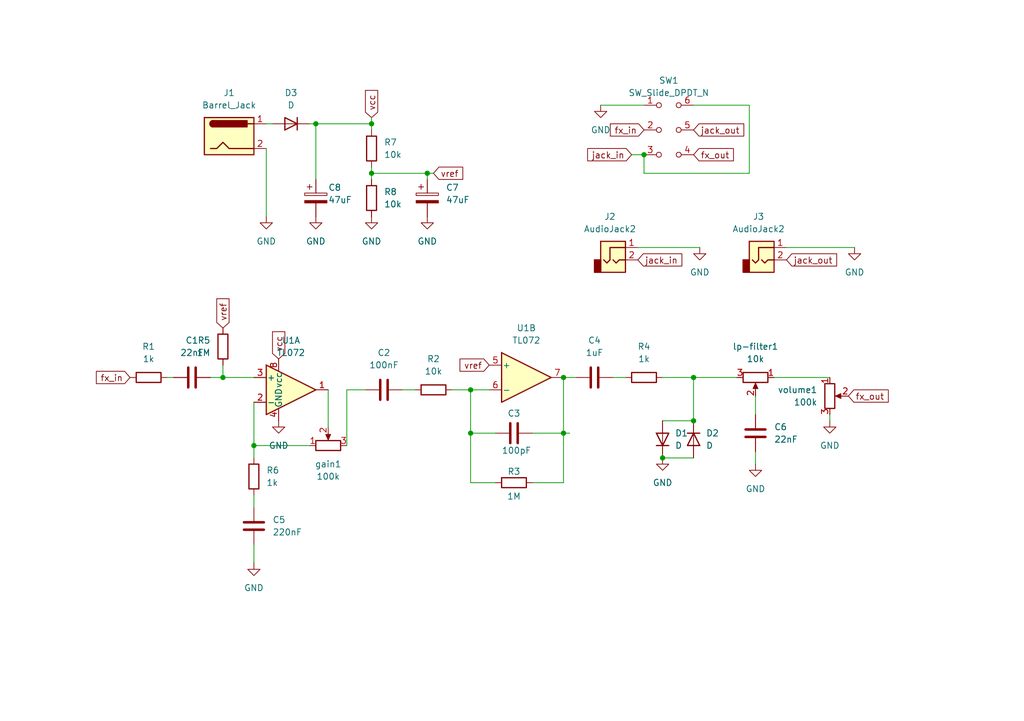
<source format=kicad_sch>
(kicad_sch
	(version 20231120)
	(generator "eeschema")
	(generator_version "8.0")
	(uuid "989b5963-6239-4ce1-ad42-f39a6472a955")
	(paper "A5")
	(title_block
		(title "Distortion Pedal")
		(date "2024-11-08")
	)
	(lib_symbols
		(symbol "Amplifier_Operational:TL072"
			(pin_names
				(offset 0.127)
			)
			(exclude_from_sim no)
			(in_bom yes)
			(on_board yes)
			(property "Reference" "U1"
				(at 0 10.16 0)
				(effects
					(font
						(size 1.27 1.27)
					)
				)
			)
			(property "Value" "TL072"
				(at 0 7.62 0)
				(effects
					(font
						(size 1.27 1.27)
					)
				)
			)
			(property "Footprint" "TL072:P8"
				(at 0 0 0)
				(effects
					(font
						(size 1.27 1.27)
					)
					(hide yes)
				)
			)
			(property "Datasheet" "http://www.ti.com/lit/ds/symlink/tl071.pdf"
				(at 0 0 0)
				(effects
					(font
						(size 1.27 1.27)
					)
					(hide yes)
				)
			)
			(property "Description" "Dual Low-Noise JFET-Input Operational Amplifiers, DIP-8/SOIC-8"
				(at 0 0 0)
				(effects
					(font
						(size 1.27 1.27)
					)
					(hide yes)
				)
			)
			(property "ki_locked" ""
				(at 0 0 0)
				(effects
					(font
						(size 1.27 1.27)
					)
				)
			)
			(property "ki_keywords" "dual opamp"
				(at 0 0 0)
				(effects
					(font
						(size 1.27 1.27)
					)
					(hide yes)
				)
			)
			(property "ki_fp_filters" "SOIC*3.9x4.9mm*P1.27mm* DIP*W7.62mm* TO*99* OnSemi*Micro8* TSSOP*3x3mm*P0.65mm* TSSOP*4.4x3mm*P0.65mm* MSOP*3x3mm*P0.65mm* SSOP*3.9x4.9mm*P0.635mm* LFCSP*2x2mm*P0.5mm* *SIP* SOIC*5.3x6.2mm*P1.27mm*"
				(at 0 0 0)
				(effects
					(font
						(size 1.27 1.27)
					)
					(hide yes)
				)
			)
			(symbol "TL072_1_1"
				(polyline
					(pts
						(xy -5.08 5.08) (xy 5.08 0) (xy -5.08 -5.08) (xy -5.08 5.08)
					)
					(stroke
						(width 0.254)
						(type default)
					)
					(fill
						(type background)
					)
				)
				(pin output line
					(at 7.62 0 180)
					(length 2.54)
					(name "~"
						(effects
							(font
								(size 1.27 1.27)
							)
						)
					)
					(number "1"
						(effects
							(font
								(size 1.27 1.27)
							)
						)
					)
				)
				(pin input line
					(at -7.62 -2.54 0)
					(length 2.54)
					(name "-"
						(effects
							(font
								(size 1.27 1.27)
							)
						)
					)
					(number "2"
						(effects
							(font
								(size 1.27 1.27)
							)
						)
					)
				)
				(pin input line
					(at -7.62 2.54 0)
					(length 2.54)
					(name "+"
						(effects
							(font
								(size 1.27 1.27)
							)
						)
					)
					(number "3"
						(effects
							(font
								(size 1.27 1.27)
							)
						)
					)
				)
				(pin input line
					(at -2.54 -6.35 90)
					(length 2.54)
					(name "GND"
						(effects
							(font
								(size 1.27 1.27)
							)
						)
					)
					(number "4"
						(effects
							(font
								(size 1.27 1.27)
							)
						)
					)
				)
				(pin input line
					(at -2.54 6.35 270)
					(length 2.54)
					(name "vcc"
						(effects
							(font
								(size 1.27 1.27)
							)
						)
					)
					(number "8"
						(effects
							(font
								(size 1.27 1.27)
							)
						)
					)
				)
			)
			(symbol "TL072_2_1"
				(polyline
					(pts
						(xy -5.08 5.08) (xy 5.08 0) (xy -5.08 -5.08) (xy -5.08 5.08)
					)
					(stroke
						(width 0.254)
						(type default)
					)
					(fill
						(type background)
					)
				)
				(pin input line
					(at -7.62 2.54 0)
					(length 2.54)
					(name "+"
						(effects
							(font
								(size 1.27 1.27)
							)
						)
					)
					(number "5"
						(effects
							(font
								(size 1.27 1.27)
							)
						)
					)
				)
				(pin input line
					(at -7.62 -2.54 0)
					(length 2.54)
					(name "-"
						(effects
							(font
								(size 1.27 1.27)
							)
						)
					)
					(number "6"
						(effects
							(font
								(size 1.27 1.27)
							)
						)
					)
				)
				(pin output line
					(at 7.62 0 180)
					(length 2.54)
					(name "~"
						(effects
							(font
								(size 1.27 1.27)
							)
						)
					)
					(number "7"
						(effects
							(font
								(size 1.27 1.27)
							)
						)
					)
				)
			)
			(symbol "TL072_3_1"
				(pin power_in line
					(at -2.54 -7.62 90)
					(length 3.81)
					(name "V-"
						(effects
							(font
								(size 1.27 1.27)
							)
						)
					)
					(number "4"
						(effects
							(font
								(size 1.27 1.27)
							)
						)
					)
				)
				(pin power_in line
					(at -2.54 7.62 270)
					(length 3.81)
					(name "V+"
						(effects
							(font
								(size 1.27 1.27)
							)
						)
					)
					(number "8"
						(effects
							(font
								(size 1.27 1.27)
							)
						)
					)
				)
			)
		)
		(symbol "AudioJack2_1"
			(exclude_from_sim no)
			(in_bom yes)
			(on_board yes)
			(property "Reference" "J2"
				(at -0.635 8.89 0)
				(effects
					(font
						(size 1.27 1.27)
					)
				)
			)
			(property "Value" "AudioJack2"
				(at -0.635 6.35 0)
				(effects
					(font
						(size 1.27 1.27)
					)
				)
			)
			(property "Footprint" "Connector_Audio:6.35_stereo_phone_jack_tayda"
				(at 0 0 0)
				(effects
					(font
						(size 1.27 1.27)
					)
					(hide yes)
				)
			)
			(property "Datasheet" "~"
				(at 0 0 0)
				(effects
					(font
						(size 1.27 1.27)
					)
					(hide yes)
				)
			)
			(property "Description" "Audio Jack, 2 Poles (Mono / TS)"
				(at 0 0 0)
				(effects
					(font
						(size 1.27 1.27)
					)
					(hide yes)
				)
			)
			(property "ki_keywords" "audio jack receptacle mono phone headphone TS connector"
				(at 0 0 0)
				(effects
					(font
						(size 1.27 1.27)
					)
					(hide yes)
				)
			)
			(property "ki_fp_filters" "Jack*"
				(at 0 0 0)
				(effects
					(font
						(size 1.27 1.27)
					)
					(hide yes)
				)
			)
			(symbol "AudioJack2_1_0_1"
				(rectangle
					(start -3.81 0)
					(end -2.54 -2.54)
					(stroke
						(width 0.254)
						(type default)
					)
					(fill
						(type outline)
					)
				)
				(rectangle
					(start -2.54 3.81)
					(end 2.54 -2.54)
					(stroke
						(width 0.254)
						(type default)
					)
					(fill
						(type background)
					)
				)
				(polyline
					(pts
						(xy 0 0) (xy 0.635 -0.635) (xy 1.27 0) (xy 2.54 0)
					)
					(stroke
						(width 0.254)
						(type default)
					)
					(fill
						(type none)
					)
				)
				(polyline
					(pts
						(xy 2.54 2.54) (xy -0.635 2.54) (xy -0.635 0) (xy -1.27 -0.635) (xy -1.905 0)
					)
					(stroke
						(width 0.254)
						(type default)
					)
					(fill
						(type none)
					)
				)
			)
			(symbol "AudioJack2_1_1_1"
				(pin passive line
					(at 5.08 2.54 180)
					(length 2.54)
					(name "~"
						(effects
							(font
								(size 1.27 1.27)
							)
						)
					)
					(number "1"
						(effects
							(font
								(size 1.27 1.27)
							)
						)
					)
				)
				(pin passive line
					(at 5.08 0 180)
					(length 2.54)
					(name "~"
						(effects
							(font
								(size 1.27 1.27)
							)
						)
					)
					(number "2"
						(effects
							(font
								(size 1.27 1.27)
							)
						)
					)
				)
			)
		)
		(symbol "Connector:Barrel_Jack"
			(pin_names
				(offset 1.016)
			)
			(exclude_from_sim no)
			(in_bom yes)
			(on_board yes)
			(property "Reference" "J"
				(at 0 5.334 0)
				(effects
					(font
						(size 1.27 1.27)
					)
				)
			)
			(property "Value" "Barrel_Jack"
				(at 0 -5.08 0)
				(effects
					(font
						(size 1.27 1.27)
					)
				)
			)
			(property "Footprint" ""
				(at 1.27 -1.016 0)
				(effects
					(font
						(size 1.27 1.27)
					)
					(hide yes)
				)
			)
			(property "Datasheet" "~"
				(at 1.27 -1.016 0)
				(effects
					(font
						(size 1.27 1.27)
					)
					(hide yes)
				)
			)
			(property "Description" "DC Barrel Jack"
				(at 0 0 0)
				(effects
					(font
						(size 1.27 1.27)
					)
					(hide yes)
				)
			)
			(property "ki_keywords" "DC power barrel jack connector"
				(at 0 0 0)
				(effects
					(font
						(size 1.27 1.27)
					)
					(hide yes)
				)
			)
			(property "ki_fp_filters" "BarrelJack*"
				(at 0 0 0)
				(effects
					(font
						(size 1.27 1.27)
					)
					(hide yes)
				)
			)
			(symbol "Barrel_Jack_0_1"
				(rectangle
					(start -5.08 3.81)
					(end 5.08 -3.81)
					(stroke
						(width 0.254)
						(type default)
					)
					(fill
						(type background)
					)
				)
				(arc
					(start -3.302 3.175)
					(mid -3.9343 2.54)
					(end -3.302 1.905)
					(stroke
						(width 0.254)
						(type default)
					)
					(fill
						(type none)
					)
				)
				(arc
					(start -3.302 3.175)
					(mid -3.9343 2.54)
					(end -3.302 1.905)
					(stroke
						(width 0.254)
						(type default)
					)
					(fill
						(type outline)
					)
				)
				(polyline
					(pts
						(xy 5.08 2.54) (xy 3.81 2.54)
					)
					(stroke
						(width 0.254)
						(type default)
					)
					(fill
						(type none)
					)
				)
				(polyline
					(pts
						(xy -3.81 -2.54) (xy -2.54 -2.54) (xy -1.27 -1.27) (xy 0 -2.54) (xy 2.54 -2.54) (xy 5.08 -2.54)
					)
					(stroke
						(width 0.254)
						(type default)
					)
					(fill
						(type none)
					)
				)
				(rectangle
					(start 3.683 3.175)
					(end -3.302 1.905)
					(stroke
						(width 0.254)
						(type default)
					)
					(fill
						(type outline)
					)
				)
			)
			(symbol "Barrel_Jack_1_1"
				(pin passive line
					(at 7.62 2.54 180)
					(length 2.54)
					(name "~"
						(effects
							(font
								(size 1.27 1.27)
							)
						)
					)
					(number "1"
						(effects
							(font
								(size 1.27 1.27)
							)
						)
					)
				)
				(pin passive line
					(at 7.62 -2.54 180)
					(length 2.54)
					(name "~"
						(effects
							(font
								(size 1.27 1.27)
							)
						)
					)
					(number "2"
						(effects
							(font
								(size 1.27 1.27)
							)
						)
					)
				)
			)
		)
		(symbol "Connector_Audio:AudioJack2"
			(exclude_from_sim no)
			(in_bom yes)
			(on_board yes)
			(property "Reference" "J3"
				(at -0.635 8.89 0)
				(effects
					(font
						(size 1.27 1.27)
					)
				)
			)
			(property "Value" "AudioJack2"
				(at -0.635 6.35 0)
				(effects
					(font
						(size 1.27 1.27)
					)
				)
			)
			(property "Footprint" "Connector_Audio:6.35_stereo_phone_jack_tayda"
				(at 0 0 0)
				(effects
					(font
						(size 1.27 1.27)
					)
					(hide yes)
				)
			)
			(property "Datasheet" "~"
				(at 0 0 0)
				(effects
					(font
						(size 1.27 1.27)
					)
					(hide yes)
				)
			)
			(property "Description" "Audio Jack, 2 Poles (Mono / TS)"
				(at 0 0 0)
				(effects
					(font
						(size 1.27 1.27)
					)
					(hide yes)
				)
			)
			(property "ki_keywords" "audio jack receptacle mono phone headphone TS connector"
				(at 0 0 0)
				(effects
					(font
						(size 1.27 1.27)
					)
					(hide yes)
				)
			)
			(property "ki_fp_filters" "Jack*"
				(at 0 0 0)
				(effects
					(font
						(size 1.27 1.27)
					)
					(hide yes)
				)
			)
			(symbol "AudioJack2_0_1"
				(rectangle
					(start -3.81 0)
					(end -2.54 -2.54)
					(stroke
						(width 0.254)
						(type default)
					)
					(fill
						(type outline)
					)
				)
				(rectangle
					(start -2.54 3.81)
					(end 2.54 -2.54)
					(stroke
						(width 0.254)
						(type default)
					)
					(fill
						(type background)
					)
				)
				(polyline
					(pts
						(xy 0 0) (xy 0.635 -0.635) (xy 1.27 0) (xy 2.54 0)
					)
					(stroke
						(width 0.254)
						(type default)
					)
					(fill
						(type none)
					)
				)
				(polyline
					(pts
						(xy 2.54 2.54) (xy -0.635 2.54) (xy -0.635 0) (xy -1.27 -0.635) (xy -1.905 0)
					)
					(stroke
						(width 0.254)
						(type default)
					)
					(fill
						(type none)
					)
				)
			)
			(symbol "AudioJack2_1_1"
				(pin passive line
					(at 5.08 2.54 180)
					(length 2.54)
					(name "~"
						(effects
							(font
								(size 1.27 1.27)
							)
						)
					)
					(number "1"
						(effects
							(font
								(size 1.27 1.27)
							)
						)
					)
				)
				(pin passive line
					(at 5.08 0 180)
					(length 2.54)
					(name "~"
						(effects
							(font
								(size 1.27 1.27)
							)
						)
					)
					(number "2"
						(effects
							(font
								(size 1.27 1.27)
							)
						)
					)
				)
			)
		)
		(symbol "Device:C"
			(pin_numbers hide)
			(pin_names
				(offset 0.254)
			)
			(exclude_from_sim no)
			(in_bom yes)
			(on_board yes)
			(property "Reference" "C"
				(at 0.635 2.54 0)
				(effects
					(font
						(size 1.27 1.27)
					)
					(justify left)
				)
			)
			(property "Value" "C"
				(at 0.635 -2.54 0)
				(effects
					(font
						(size 1.27 1.27)
					)
					(justify left)
				)
			)
			(property "Footprint" ""
				(at 0.9652 -3.81 0)
				(effects
					(font
						(size 1.27 1.27)
					)
					(hide yes)
				)
			)
			(property "Datasheet" "~"
				(at 0 0 0)
				(effects
					(font
						(size 1.27 1.27)
					)
					(hide yes)
				)
			)
			(property "Description" "Unpolarized capacitor"
				(at 0 0 0)
				(effects
					(font
						(size 1.27 1.27)
					)
					(hide yes)
				)
			)
			(property "ki_keywords" "cap capacitor"
				(at 0 0 0)
				(effects
					(font
						(size 1.27 1.27)
					)
					(hide yes)
				)
			)
			(property "ki_fp_filters" "C_*"
				(at 0 0 0)
				(effects
					(font
						(size 1.27 1.27)
					)
					(hide yes)
				)
			)
			(symbol "C_0_1"
				(polyline
					(pts
						(xy -2.032 -0.762) (xy 2.032 -0.762)
					)
					(stroke
						(width 0.508)
						(type default)
					)
					(fill
						(type none)
					)
				)
				(polyline
					(pts
						(xy -2.032 0.762) (xy 2.032 0.762)
					)
					(stroke
						(width 0.508)
						(type default)
					)
					(fill
						(type none)
					)
				)
			)
			(symbol "C_1_1"
				(pin passive line
					(at 0 3.81 270)
					(length 2.794)
					(name "~"
						(effects
							(font
								(size 1.27 1.27)
							)
						)
					)
					(number "1"
						(effects
							(font
								(size 1.27 1.27)
							)
						)
					)
				)
				(pin passive line
					(at 0 -3.81 90)
					(length 2.794)
					(name "~"
						(effects
							(font
								(size 1.27 1.27)
							)
						)
					)
					(number "2"
						(effects
							(font
								(size 1.27 1.27)
							)
						)
					)
				)
			)
		)
		(symbol "Device:C_Polarized"
			(pin_numbers hide)
			(pin_names
				(offset 0.254)
			)
			(exclude_from_sim no)
			(in_bom yes)
			(on_board yes)
			(property "Reference" "C"
				(at 0.635 2.54 0)
				(effects
					(font
						(size 1.27 1.27)
					)
					(justify left)
				)
			)
			(property "Value" "C_Polarized"
				(at 0.635 -2.54 0)
				(effects
					(font
						(size 1.27 1.27)
					)
					(justify left)
				)
			)
			(property "Footprint" ""
				(at 0.9652 -3.81 0)
				(effects
					(font
						(size 1.27 1.27)
					)
					(hide yes)
				)
			)
			(property "Datasheet" "~"
				(at 0 0 0)
				(effects
					(font
						(size 1.27 1.27)
					)
					(hide yes)
				)
			)
			(property "Description" "Polarized capacitor"
				(at 0 0 0)
				(effects
					(font
						(size 1.27 1.27)
					)
					(hide yes)
				)
			)
			(property "ki_keywords" "cap capacitor"
				(at 0 0 0)
				(effects
					(font
						(size 1.27 1.27)
					)
					(hide yes)
				)
			)
			(property "ki_fp_filters" "CP_*"
				(at 0 0 0)
				(effects
					(font
						(size 1.27 1.27)
					)
					(hide yes)
				)
			)
			(symbol "C_Polarized_0_1"
				(rectangle
					(start -2.286 0.508)
					(end 2.286 1.016)
					(stroke
						(width 0)
						(type default)
					)
					(fill
						(type none)
					)
				)
				(polyline
					(pts
						(xy -1.778 2.286) (xy -0.762 2.286)
					)
					(stroke
						(width 0)
						(type default)
					)
					(fill
						(type none)
					)
				)
				(polyline
					(pts
						(xy -1.27 2.794) (xy -1.27 1.778)
					)
					(stroke
						(width 0)
						(type default)
					)
					(fill
						(type none)
					)
				)
				(rectangle
					(start 2.286 -0.508)
					(end -2.286 -1.016)
					(stroke
						(width 0)
						(type default)
					)
					(fill
						(type outline)
					)
				)
			)
			(symbol "C_Polarized_1_1"
				(pin passive line
					(at 0 3.81 270)
					(length 2.794)
					(name "~"
						(effects
							(font
								(size 1.27 1.27)
							)
						)
					)
					(number "1"
						(effects
							(font
								(size 1.27 1.27)
							)
						)
					)
				)
				(pin passive line
					(at 0 -3.81 90)
					(length 2.794)
					(name "~"
						(effects
							(font
								(size 1.27 1.27)
							)
						)
					)
					(number "2"
						(effects
							(font
								(size 1.27 1.27)
							)
						)
					)
				)
			)
		)
		(symbol "Device:D"
			(pin_numbers hide)
			(pin_names
				(offset 1.016) hide)
			(exclude_from_sim no)
			(in_bom yes)
			(on_board yes)
			(property "Reference" "D"
				(at 0 2.54 0)
				(effects
					(font
						(size 1.27 1.27)
					)
				)
			)
			(property "Value" "D"
				(at 0 -2.54 0)
				(effects
					(font
						(size 1.27 1.27)
					)
				)
			)
			(property "Footprint" ""
				(at 0 0 0)
				(effects
					(font
						(size 1.27 1.27)
					)
					(hide yes)
				)
			)
			(property "Datasheet" "~"
				(at 0 0 0)
				(effects
					(font
						(size 1.27 1.27)
					)
					(hide yes)
				)
			)
			(property "Description" "Diode"
				(at 0 0 0)
				(effects
					(font
						(size 1.27 1.27)
					)
					(hide yes)
				)
			)
			(property "Sim.Device" "D"
				(at 0 0 0)
				(effects
					(font
						(size 1.27 1.27)
					)
					(hide yes)
				)
			)
			(property "Sim.Pins" "1=K 2=A"
				(at 0 0 0)
				(effects
					(font
						(size 1.27 1.27)
					)
					(hide yes)
				)
			)
			(property "ki_keywords" "diode"
				(at 0 0 0)
				(effects
					(font
						(size 1.27 1.27)
					)
					(hide yes)
				)
			)
			(property "ki_fp_filters" "TO-???* *_Diode_* *SingleDiode* D_*"
				(at 0 0 0)
				(effects
					(font
						(size 1.27 1.27)
					)
					(hide yes)
				)
			)
			(symbol "D_0_1"
				(polyline
					(pts
						(xy -1.27 1.27) (xy -1.27 -1.27)
					)
					(stroke
						(width 0.254)
						(type default)
					)
					(fill
						(type none)
					)
				)
				(polyline
					(pts
						(xy 1.27 0) (xy -1.27 0)
					)
					(stroke
						(width 0)
						(type default)
					)
					(fill
						(type none)
					)
				)
				(polyline
					(pts
						(xy 1.27 1.27) (xy 1.27 -1.27) (xy -1.27 0) (xy 1.27 1.27)
					)
					(stroke
						(width 0.254)
						(type default)
					)
					(fill
						(type none)
					)
				)
			)
			(symbol "D_1_1"
				(pin passive line
					(at -3.81 0 0)
					(length 2.54)
					(name "K"
						(effects
							(font
								(size 1.27 1.27)
							)
						)
					)
					(number "1"
						(effects
							(font
								(size 1.27 1.27)
							)
						)
					)
				)
				(pin passive line
					(at 3.81 0 180)
					(length 2.54)
					(name "A"
						(effects
							(font
								(size 1.27 1.27)
							)
						)
					)
					(number "2"
						(effects
							(font
								(size 1.27 1.27)
							)
						)
					)
				)
			)
		)
		(symbol "Device:R"
			(pin_numbers hide)
			(pin_names
				(offset 0)
			)
			(exclude_from_sim no)
			(in_bom yes)
			(on_board yes)
			(property "Reference" "R"
				(at 2.032 0 90)
				(effects
					(font
						(size 1.27 1.27)
					)
				)
			)
			(property "Value" "R"
				(at 0 0 90)
				(effects
					(font
						(size 1.27 1.27)
					)
				)
			)
			(property "Footprint" ""
				(at -1.778 0 90)
				(effects
					(font
						(size 1.27 1.27)
					)
					(hide yes)
				)
			)
			(property "Datasheet" "~"
				(at 0 0 0)
				(effects
					(font
						(size 1.27 1.27)
					)
					(hide yes)
				)
			)
			(property "Description" "Resistor"
				(at 0 0 0)
				(effects
					(font
						(size 1.27 1.27)
					)
					(hide yes)
				)
			)
			(property "ki_keywords" "R res resistor"
				(at 0 0 0)
				(effects
					(font
						(size 1.27 1.27)
					)
					(hide yes)
				)
			)
			(property "ki_fp_filters" "R_*"
				(at 0 0 0)
				(effects
					(font
						(size 1.27 1.27)
					)
					(hide yes)
				)
			)
			(symbol "R_0_1"
				(rectangle
					(start -1.016 -2.54)
					(end 1.016 2.54)
					(stroke
						(width 0.254)
						(type default)
					)
					(fill
						(type none)
					)
				)
			)
			(symbol "R_1_1"
				(pin passive line
					(at 0 3.81 270)
					(length 1.27)
					(name "~"
						(effects
							(font
								(size 1.27 1.27)
							)
						)
					)
					(number "1"
						(effects
							(font
								(size 1.27 1.27)
							)
						)
					)
				)
				(pin passive line
					(at 0 -3.81 90)
					(length 1.27)
					(name "~"
						(effects
							(font
								(size 1.27 1.27)
							)
						)
					)
					(number "2"
						(effects
							(font
								(size 1.27 1.27)
							)
						)
					)
				)
			)
		)
		(symbol "Device:R_Potentiometer"
			(pin_names
				(offset 1.016) hide)
			(exclude_from_sim no)
			(in_bom yes)
			(on_board yes)
			(property "Reference" "RV"
				(at -4.445 0 90)
				(effects
					(font
						(size 1.27 1.27)
					)
				)
			)
			(property "Value" "R_Potentiometer"
				(at -2.54 0 90)
				(effects
					(font
						(size 1.27 1.27)
					)
				)
			)
			(property "Footprint" ""
				(at 0 0 0)
				(effects
					(font
						(size 1.27 1.27)
					)
					(hide yes)
				)
			)
			(property "Datasheet" "~"
				(at 0 0 0)
				(effects
					(font
						(size 1.27 1.27)
					)
					(hide yes)
				)
			)
			(property "Description" "Potentiometer"
				(at 0 0 0)
				(effects
					(font
						(size 1.27 1.27)
					)
					(hide yes)
				)
			)
			(property "ki_keywords" "resistor variable"
				(at 0 0 0)
				(effects
					(font
						(size 1.27 1.27)
					)
					(hide yes)
				)
			)
			(property "ki_fp_filters" "Potentiometer*"
				(at 0 0 0)
				(effects
					(font
						(size 1.27 1.27)
					)
					(hide yes)
				)
			)
			(symbol "R_Potentiometer_0_1"
				(polyline
					(pts
						(xy 2.54 0) (xy 1.524 0)
					)
					(stroke
						(width 0)
						(type default)
					)
					(fill
						(type none)
					)
				)
				(polyline
					(pts
						(xy 1.143 0) (xy 2.286 0.508) (xy 2.286 -0.508) (xy 1.143 0)
					)
					(stroke
						(width 0)
						(type default)
					)
					(fill
						(type outline)
					)
				)
				(rectangle
					(start 1.016 2.54)
					(end -1.016 -2.54)
					(stroke
						(width 0.254)
						(type default)
					)
					(fill
						(type none)
					)
				)
			)
			(symbol "R_Potentiometer_1_1"
				(pin passive line
					(at 0 3.81 270)
					(length 1.27)
					(name "1"
						(effects
							(font
								(size 1.27 1.27)
							)
						)
					)
					(number "1"
						(effects
							(font
								(size 1.27 1.27)
							)
						)
					)
				)
				(pin passive line
					(at 3.81 0 180)
					(length 1.27)
					(name "2"
						(effects
							(font
								(size 1.27 1.27)
							)
						)
					)
					(number "2"
						(effects
							(font
								(size 1.27 1.27)
							)
						)
					)
				)
				(pin passive line
					(at 0 -3.81 90)
					(length 1.27)
					(name "3"
						(effects
							(font
								(size 1.27 1.27)
							)
						)
					)
					(number "3"
						(effects
							(font
								(size 1.27 1.27)
							)
						)
					)
				)
			)
		)
		(symbol "Switch:SW_Slide_DPDT_N"
			(pin_names
				(offset 0) hide)
			(exclude_from_sim no)
			(in_bom yes)
			(on_board yes)
			(property "Reference" "SW"
				(at 0 6.858 0)
				(effects
					(font
						(size 1.27 1.27)
					)
				)
			)
			(property "Value" "SW_Slide_DPDT_N"
				(at 0 -8.128 0)
				(effects
					(font
						(size 1.27 1.27)
					)
				)
			)
			(property "Footprint" ""
				(at 13.97 5.08 0)
				(effects
					(font
						(size 1.27 1.27)
					)
					(hide yes)
				)
			)
			(property "Datasheet" "~"
				(at 0 0 0)
				(effects
					(font
						(size 1.27 1.27)
					)
					(hide yes)
				)
			)
			(property "Description" "Slide Switch, dual pole double throw"
				(at 0 0 0)
				(effects
					(font
						(size 1.27 1.27)
					)
					(hide yes)
				)
			)
			(property "ki_keywords" "switch dual-pole double-throw dpdt ON-ON"
				(at 0 0 0)
				(effects
					(font
						(size 1.27 1.27)
					)
					(hide yes)
				)
			)
			(symbol "SW_Slide_DPDT_N_0_0"
				(circle
					(center -2.032 -5.08)
					(radius 0.508)
					(stroke
						(width 0)
						(type default)
					)
					(fill
						(type none)
					)
				)
				(circle
					(center -2.032 5.08)
					(radius 0.508)
					(stroke
						(width 0)
						(type default)
					)
					(fill
						(type none)
					)
				)
				(circle
					(center 2.032 -5.08)
					(radius 0.508)
					(stroke
						(width 0)
						(type default)
					)
					(fill
						(type none)
					)
				)
				(circle
					(center 2.032 0)
					(radius 0.508)
					(stroke
						(width 0)
						(type default)
					)
					(fill
						(type none)
					)
				)
			)
			(symbol "SW_Slide_DPDT_N_0_1"
				(circle
					(center -2.032 0)
					(radius 0.508)
					(stroke
						(width 0)
						(type default)
					)
					(fill
						(type none)
					)
				)
				(circle
					(center 2.032 5.08)
					(radius 0.508)
					(stroke
						(width 0)
						(type default)
					)
					(fill
						(type none)
					)
				)
			)
			(symbol "SW_Slide_DPDT_N_1_1"
				(pin passive line
					(at -5.08 5.08 0)
					(length 2.54)
					(name "A"
						(effects
							(font
								(size 1.27 1.27)
							)
						)
					)
					(number "1"
						(effects
							(font
								(size 1.27 1.27)
							)
						)
					)
				)
				(pin passive line
					(at -5.08 0 0)
					(length 2.54)
					(name "B"
						(effects
							(font
								(size 1.27 1.27)
							)
						)
					)
					(number "2"
						(effects
							(font
								(size 1.27 1.27)
							)
						)
					)
				)
				(pin passive line
					(at -5.08 -5.08 0)
					(length 2.54)
					(name "C"
						(effects
							(font
								(size 1.27 1.27)
							)
						)
					)
					(number "3"
						(effects
							(font
								(size 1.27 1.27)
							)
						)
					)
				)
				(pin passive line
					(at 5.08 -5.08 180)
					(length 2.54)
					(name "A"
						(effects
							(font
								(size 1.27 1.27)
							)
						)
					)
					(number "4"
						(effects
							(font
								(size 1.27 1.27)
							)
						)
					)
				)
				(pin passive line
					(at 5.08 0 180)
					(length 2.54)
					(name "B"
						(effects
							(font
								(size 1.27 1.27)
							)
						)
					)
					(number "5"
						(effects
							(font
								(size 1.27 1.27)
							)
						)
					)
				)
				(pin passive line
					(at 5.08 5.08 180)
					(length 2.54)
					(name "C"
						(effects
							(font
								(size 1.27 1.27)
							)
						)
					)
					(number "6"
						(effects
							(font
								(size 1.27 1.27)
							)
						)
					)
				)
			)
		)
		(symbol "TL072_1"
			(pin_names
				(offset 0.127)
			)
			(exclude_from_sim no)
			(in_bom yes)
			(on_board yes)
			(property "Reference" "U1"
				(at 0 10.16 0)
				(effects
					(font
						(size 1.27 1.27)
					)
				)
			)
			(property "Value" "TL072"
				(at 0 7.62 0)
				(effects
					(font
						(size 1.27 1.27)
					)
				)
			)
			(property "Footprint" "TL072:P8"
				(at 0 0 0)
				(effects
					(font
						(size 1.27 1.27)
					)
					(hide yes)
				)
			)
			(property "Datasheet" "http://www.ti.com/lit/ds/symlink/tl071.pdf"
				(at 0 0 0)
				(effects
					(font
						(size 1.27 1.27)
					)
					(hide yes)
				)
			)
			(property "Description" "Dual Low-Noise JFET-Input Operational Amplifiers, DIP-8/SOIC-8"
				(at 0 0 0)
				(effects
					(font
						(size 1.27 1.27)
					)
					(hide yes)
				)
			)
			(property "ki_locked" ""
				(at 0 0 0)
				(effects
					(font
						(size 1.27 1.27)
					)
				)
			)
			(property "ki_keywords" "dual opamp"
				(at 0 0 0)
				(effects
					(font
						(size 1.27 1.27)
					)
					(hide yes)
				)
			)
			(property "ki_fp_filters" "SOIC*3.9x4.9mm*P1.27mm* DIP*W7.62mm* TO*99* OnSemi*Micro8* TSSOP*3x3mm*P0.65mm* TSSOP*4.4x3mm*P0.65mm* MSOP*3x3mm*P0.65mm* SSOP*3.9x4.9mm*P0.635mm* LFCSP*2x2mm*P0.5mm* *SIP* SOIC*5.3x6.2mm*P1.27mm*"
				(at 0 0 0)
				(effects
					(font
						(size 1.27 1.27)
					)
					(hide yes)
				)
			)
			(symbol "TL072_1_1_1"
				(polyline
					(pts
						(xy -5.08 5.08) (xy 5.08 0) (xy -5.08 -5.08) (xy -5.08 5.08)
					)
					(stroke
						(width 0.254)
						(type default)
					)
					(fill
						(type background)
					)
				)
				(pin output line
					(at 7.62 0 180)
					(length 2.54)
					(name "~"
						(effects
							(font
								(size 1.27 1.27)
							)
						)
					)
					(number "1"
						(effects
							(font
								(size 1.27 1.27)
							)
						)
					)
				)
				(pin input line
					(at -7.62 -2.54 0)
					(length 2.54)
					(name "-"
						(effects
							(font
								(size 1.27 1.27)
							)
						)
					)
					(number "2"
						(effects
							(font
								(size 1.27 1.27)
							)
						)
					)
				)
				(pin input line
					(at -7.62 2.54 0)
					(length 2.54)
					(name "+"
						(effects
							(font
								(size 1.27 1.27)
							)
						)
					)
					(number "3"
						(effects
							(font
								(size 1.27 1.27)
							)
						)
					)
				)
				(pin input line
					(at -2.54 -6.35 90)
					(length 2.54)
					(name "GND"
						(effects
							(font
								(size 1.27 1.27)
							)
						)
					)
					(number "4"
						(effects
							(font
								(size 1.27 1.27)
							)
						)
					)
				)
				(pin input line
					(at -2.54 6.35 270)
					(length 2.54)
					(name "vcc"
						(effects
							(font
								(size 1.27 1.27)
							)
						)
					)
					(number "8"
						(effects
							(font
								(size 1.27 1.27)
							)
						)
					)
				)
			)
			(symbol "TL072_1_2_1"
				(polyline
					(pts
						(xy -5.08 5.08) (xy 5.08 0) (xy -5.08 -5.08) (xy -5.08 5.08)
					)
					(stroke
						(width 0.254)
						(type default)
					)
					(fill
						(type background)
					)
				)
				(pin input line
					(at -7.62 2.54 0)
					(length 2.54)
					(name "+"
						(effects
							(font
								(size 1.27 1.27)
							)
						)
					)
					(number "5"
						(effects
							(font
								(size 1.27 1.27)
							)
						)
					)
				)
				(pin input line
					(at -7.62 -2.54 0)
					(length 2.54)
					(name "-"
						(effects
							(font
								(size 1.27 1.27)
							)
						)
					)
					(number "6"
						(effects
							(font
								(size 1.27 1.27)
							)
						)
					)
				)
				(pin output line
					(at 7.62 0 180)
					(length 2.54)
					(name "~"
						(effects
							(font
								(size 1.27 1.27)
							)
						)
					)
					(number "7"
						(effects
							(font
								(size 1.27 1.27)
							)
						)
					)
				)
			)
			(symbol "TL072_1_3_1"
				(pin power_in line
					(at -2.54 -7.62 90)
					(length 3.81)
					(name "V-"
						(effects
							(font
								(size 1.27 1.27)
							)
						)
					)
					(number "4"
						(effects
							(font
								(size 1.27 1.27)
							)
						)
					)
				)
				(pin power_in line
					(at -2.54 7.62 270)
					(length 3.81)
					(name "V+"
						(effects
							(font
								(size 1.27 1.27)
							)
						)
					)
					(number "8"
						(effects
							(font
								(size 1.27 1.27)
							)
						)
					)
				)
			)
		)
		(symbol "power:GND"
			(power)
			(pin_numbers hide)
			(pin_names
				(offset 0) hide)
			(exclude_from_sim no)
			(in_bom yes)
			(on_board yes)
			(property "Reference" "#PWR"
				(at 0 -6.35 0)
				(effects
					(font
						(size 1.27 1.27)
					)
					(hide yes)
				)
			)
			(property "Value" "GND"
				(at 0 -3.81 0)
				(effects
					(font
						(size 1.27 1.27)
					)
				)
			)
			(property "Footprint" ""
				(at 0 0 0)
				(effects
					(font
						(size 1.27 1.27)
					)
					(hide yes)
				)
			)
			(property "Datasheet" ""
				(at 0 0 0)
				(effects
					(font
						(size 1.27 1.27)
					)
					(hide yes)
				)
			)
			(property "Description" "Power symbol creates a global label with name \"GND\" , ground"
				(at 0 0 0)
				(effects
					(font
						(size 1.27 1.27)
					)
					(hide yes)
				)
			)
			(property "ki_keywords" "global power"
				(at 0 0 0)
				(effects
					(font
						(size 1.27 1.27)
					)
					(hide yes)
				)
			)
			(symbol "GND_0_1"
				(polyline
					(pts
						(xy 0 0) (xy 0 -1.27) (xy 1.27 -1.27) (xy 0 -2.54) (xy -1.27 -1.27) (xy 0 -1.27)
					)
					(stroke
						(width 0)
						(type default)
					)
					(fill
						(type none)
					)
				)
			)
			(symbol "GND_1_1"
				(pin power_in line
					(at 0 0 270)
					(length 0)
					(name "~"
						(effects
							(font
								(size 1.27 1.27)
							)
						)
					)
					(number "1"
						(effects
							(font
								(size 1.27 1.27)
							)
						)
					)
				)
			)
		)
	)
	(junction
		(at 87.63 35.56)
		(diameter 0)
		(color 0 0 0 0)
		(uuid "1694d108-bb59-4f13-8750-de719fe08b58")
	)
	(junction
		(at 142.24 77.47)
		(diameter 0)
		(color 0 0 0 0)
		(uuid "26641218-a910-4c74-b706-95e47957faf5")
	)
	(junction
		(at 45.72 77.47)
		(diameter 0)
		(color 0 0 0 0)
		(uuid "37b03908-7d87-4b93-9529-2a7b1c7905f0")
	)
	(junction
		(at 96.52 88.9)
		(diameter 0)
		(color 0 0 0 0)
		(uuid "54ec526c-6756-46cd-b801-3b5d0777eec9")
	)
	(junction
		(at 142.24 86.36)
		(diameter 0)
		(color 0 0 0 0)
		(uuid "595f311f-f964-4067-b6b2-985d1ef5d103")
	)
	(junction
		(at 115.57 77.47)
		(diameter 0)
		(color 0 0 0 0)
		(uuid "5aa90bdd-a390-4d9a-8cfe-c52a5c12e074")
	)
	(junction
		(at 135.89 93.98)
		(diameter 0)
		(color 0 0 0 0)
		(uuid "5f6948ed-af85-4c83-94ed-1f4b6c0c412f")
	)
	(junction
		(at 132.08 31.75)
		(diameter 0)
		(color 0 0 0 0)
		(uuid "6130a9a0-e41f-47e4-9ada-ea4a1f58fcb6")
	)
	(junction
		(at 76.2 25.4)
		(diameter 0)
		(color 0 0 0 0)
		(uuid "73b48388-bb0f-4915-9f4e-910859a354fb")
	)
	(junction
		(at 64.77 25.4)
		(diameter 0)
		(color 0 0 0 0)
		(uuid "902f3941-61f4-4466-8d3a-340c68959d13")
	)
	(junction
		(at 115.57 88.9)
		(diameter 0)
		(color 0 0 0 0)
		(uuid "932d7187-982b-44cc-8250-d1ec8107d7b2")
	)
	(junction
		(at 76.2 35.56)
		(diameter 0)
		(color 0 0 0 0)
		(uuid "a69b7ae3-d756-4663-824b-1040958fe2de")
	)
	(junction
		(at 96.52 80.01)
		(diameter 0)
		(color 0 0 0 0)
		(uuid "ac064e4d-a044-4784-9328-f908039c752b")
	)
	(junction
		(at 52.07 91.44)
		(diameter 0)
		(color 0 0 0 0)
		(uuid "f2c63d3c-3e9b-4840-a279-10d7e7514cb4")
	)
	(wire
		(pts
			(xy 92.71 80.01) (xy 96.52 80.01)
		)
		(stroke
			(width 0)
			(type default)
		)
		(uuid "00323f74-5950-4661-aef2-7d4f4440fd23")
	)
	(wire
		(pts
			(xy 76.2 35.56) (xy 76.2 36.83)
		)
		(stroke
			(width 0)
			(type default)
		)
		(uuid "02881978-4ee7-4107-a234-584e04713c35")
	)
	(wire
		(pts
			(xy 96.52 99.06) (xy 101.6 99.06)
		)
		(stroke
			(width 0)
			(type default)
		)
		(uuid "0768414e-72b1-46c4-8186-6c81b3f91717")
	)
	(wire
		(pts
			(xy 135.89 77.47) (xy 142.24 77.47)
		)
		(stroke
			(width 0)
			(type default)
		)
		(uuid "0860f92b-ac77-4ee9-b2d9-23dca457637e")
	)
	(wire
		(pts
			(xy 161.29 50.8) (xy 175.26 50.8)
		)
		(stroke
			(width 0)
			(type default)
		)
		(uuid "0b7f037b-c4c7-4012-9c51-6cb25254f3ad")
	)
	(wire
		(pts
			(xy 135.89 86.36) (xy 142.24 86.36)
		)
		(stroke
			(width 0)
			(type default)
		)
		(uuid "0c23aff7-4ea6-469a-9737-3860437cf122")
	)
	(wire
		(pts
			(xy 142.24 21.59) (xy 153.67 21.59)
		)
		(stroke
			(width 0)
			(type default)
		)
		(uuid "0c375d7e-ea7f-4ebe-badf-a7bd2c6d5647")
	)
	(wire
		(pts
			(xy 115.57 77.47) (xy 118.11 77.47)
		)
		(stroke
			(width 0)
			(type default)
		)
		(uuid "231da8d6-a4ff-4bac-8bc3-03977d3ec9b7")
	)
	(wire
		(pts
			(xy 52.07 101.6) (xy 52.07 104.14)
		)
		(stroke
			(width 0)
			(type default)
		)
		(uuid "278c70ed-af31-4ee2-ba9a-a68b16ae1d08")
	)
	(wire
		(pts
			(xy 153.67 21.59) (xy 153.67 35.56)
		)
		(stroke
			(width 0)
			(type default)
		)
		(uuid "2a1c918d-53b7-47ca-bca4-f4d8030a2140")
	)
	(wire
		(pts
			(xy 71.12 80.01) (xy 74.93 80.01)
		)
		(stroke
			(width 0)
			(type default)
		)
		(uuid "30a00408-66cc-447e-8f9e-ae217c87f6fe")
	)
	(wire
		(pts
			(xy 82.55 80.01) (xy 85.09 80.01)
		)
		(stroke
			(width 0)
			(type default)
		)
		(uuid "39f85bdb-0b3b-4690-85ab-bfd9e767da22")
	)
	(wire
		(pts
			(xy 115.57 88.9) (xy 115.57 99.06)
		)
		(stroke
			(width 0)
			(type default)
		)
		(uuid "3a098f9c-9865-4012-a43f-a085c5625826")
	)
	(wire
		(pts
			(xy 43.18 77.47) (xy 45.72 77.47)
		)
		(stroke
			(width 0)
			(type default)
		)
		(uuid "3e6a0977-fe5c-4b43-9475-e3dda883eb6c")
	)
	(wire
		(pts
			(xy 54.61 30.48) (xy 54.61 44.45)
		)
		(stroke
			(width 0)
			(type default)
		)
		(uuid "460329b5-4446-4c1d-8e10-bbc59adfdf1e")
	)
	(wire
		(pts
			(xy 142.24 77.47) (xy 151.13 77.47)
		)
		(stroke
			(width 0)
			(type default)
		)
		(uuid "47f9141b-e231-426d-9b1c-aecf56a8dd31")
	)
	(wire
		(pts
			(xy 123.19 21.59) (xy 132.08 21.59)
		)
		(stroke
			(width 0)
			(type default)
		)
		(uuid "4d9e1cac-4151-4de1-a898-a8c5e3fd706e")
	)
	(wire
		(pts
			(xy 132.08 35.56) (xy 153.67 35.56)
		)
		(stroke
			(width 0)
			(type default)
		)
		(uuid "641410b0-8825-4ee5-8cb3-17e4ae31b593")
	)
	(wire
		(pts
			(xy 64.77 25.4) (xy 76.2 25.4)
		)
		(stroke
			(width 0)
			(type default)
		)
		(uuid "6648f4fc-fd2c-46d0-a6a1-2280be8dc7b8")
	)
	(wire
		(pts
			(xy 87.63 35.56) (xy 87.63 36.83)
		)
		(stroke
			(width 0)
			(type default)
		)
		(uuid "6959ef22-a737-40b1-8661-4cda374474fd")
	)
	(wire
		(pts
			(xy 96.52 80.01) (xy 100.33 80.01)
		)
		(stroke
			(width 0)
			(type default)
		)
		(uuid "6da5c926-3fff-4343-ba56-e86f8c841449")
	)
	(wire
		(pts
			(xy 109.22 88.9) (xy 115.57 88.9)
		)
		(stroke
			(width 0)
			(type default)
		)
		(uuid "7b1175d5-c6f2-40db-8d51-a95e4f661e2e")
	)
	(wire
		(pts
			(xy 64.77 25.4) (xy 64.77 36.83)
		)
		(stroke
			(width 0)
			(type default)
		)
		(uuid "7b93b5ce-7155-4b6b-a5e7-5638d9d012ee")
	)
	(wire
		(pts
			(xy 67.31 80.01) (xy 67.31 87.63)
		)
		(stroke
			(width 0)
			(type default)
		)
		(uuid "7bf89225-056b-4c6e-ae7e-a8342606d72e")
	)
	(wire
		(pts
			(xy 52.07 111.76) (xy 52.07 115.57)
		)
		(stroke
			(width 0)
			(type default)
		)
		(uuid "803d7683-f867-4c6b-93cb-9b5afab7139b")
	)
	(wire
		(pts
			(xy 76.2 26.67) (xy 76.2 25.4)
		)
		(stroke
			(width 0)
			(type default)
		)
		(uuid "8166c671-2286-4259-9898-db1ad1918e8a")
	)
	(wire
		(pts
			(xy 76.2 34.29) (xy 76.2 35.56)
		)
		(stroke
			(width 0)
			(type default)
		)
		(uuid "82e896f6-7915-4015-9764-0891b2f2c56d")
	)
	(wire
		(pts
			(xy 154.94 81.28) (xy 154.94 85.09)
		)
		(stroke
			(width 0)
			(type default)
		)
		(uuid "886dde51-9741-4b8d-bdaf-1ed19ea77c8f")
	)
	(wire
		(pts
			(xy 52.07 91.44) (xy 52.07 93.98)
		)
		(stroke
			(width 0)
			(type default)
		)
		(uuid "8b82721d-8790-49a2-ba27-54189100d8c7")
	)
	(wire
		(pts
			(xy 129.54 31.75) (xy 132.08 31.75)
		)
		(stroke
			(width 0)
			(type default)
		)
		(uuid "9088e7f1-e2d8-4782-9edc-337f4f054abe")
	)
	(wire
		(pts
			(xy 45.72 77.47) (xy 52.07 77.47)
		)
		(stroke
			(width 0)
			(type default)
		)
		(uuid "90e627b2-ee0c-4780-98a4-63f3066e54a9")
	)
	(wire
		(pts
			(xy 154.94 95.25) (xy 154.94 92.71)
		)
		(stroke
			(width 0)
			(type default)
		)
		(uuid "951ae9f6-fbee-4b04-94aa-6864829f0c28")
	)
	(wire
		(pts
			(xy 132.08 31.75) (xy 132.08 35.56)
		)
		(stroke
			(width 0)
			(type default)
		)
		(uuid "957bd36b-5564-4562-a81c-c868892379ee")
	)
	(wire
		(pts
			(xy 116.84 88.9) (xy 115.57 88.9)
		)
		(stroke
			(width 0)
			(type default)
		)
		(uuid "9a97f237-3a13-4bdb-91cd-b3ca8641c117")
	)
	(wire
		(pts
			(xy 52.07 82.55) (xy 52.07 91.44)
		)
		(stroke
			(width 0)
			(type default)
		)
		(uuid "9ea6307e-86f2-4a29-b9d5-caa2bcb0682c")
	)
	(wire
		(pts
			(xy 63.5 25.4) (xy 64.77 25.4)
		)
		(stroke
			(width 0)
			(type default)
		)
		(uuid "9f36806b-353a-4702-83b0-de05f08c0dc2")
	)
	(wire
		(pts
			(xy 76.2 35.56) (xy 87.63 35.56)
		)
		(stroke
			(width 0)
			(type default)
		)
		(uuid "a227baf3-16ed-435a-9677-a7c3af8f7c55")
	)
	(wire
		(pts
			(xy 34.29 77.47) (xy 35.56 77.47)
		)
		(stroke
			(width 0)
			(type default)
		)
		(uuid "abc6c590-7cad-4723-a942-48ce89e3e6be")
	)
	(wire
		(pts
			(xy 125.73 77.47) (xy 128.27 77.47)
		)
		(stroke
			(width 0)
			(type default)
		)
		(uuid "b1165731-7f90-4bc7-8131-c782cd303c4f")
	)
	(wire
		(pts
			(xy 142.24 77.47) (xy 142.24 86.36)
		)
		(stroke
			(width 0)
			(type default)
		)
		(uuid "b2ff361e-68d7-4246-b088-0211eaffa16a")
	)
	(wire
		(pts
			(xy 115.57 77.47) (xy 115.57 88.9)
		)
		(stroke
			(width 0)
			(type default)
		)
		(uuid "c0827d1f-5af2-4962-ac11-881fde6712f0")
	)
	(wire
		(pts
			(xy 96.52 88.9) (xy 96.52 99.06)
		)
		(stroke
			(width 0)
			(type default)
		)
		(uuid "c2f36b39-f6a3-4e00-80ee-5353962bbec3")
	)
	(wire
		(pts
			(xy 71.12 80.01) (xy 71.12 91.44)
		)
		(stroke
			(width 0)
			(type default)
		)
		(uuid "c8b4e58f-de89-4aa8-82a4-9887d0f66977")
	)
	(wire
		(pts
			(xy 130.81 50.8) (xy 143.51 50.8)
		)
		(stroke
			(width 0)
			(type default)
		)
		(uuid "cc6c1e76-9712-4047-8cf3-c4cd5622f9a3")
	)
	(wire
		(pts
			(xy 170.18 86.36) (xy 170.18 85.09)
		)
		(stroke
			(width 0)
			(type default)
		)
		(uuid "d056000d-5c70-47de-832f-52e1be09f55a")
	)
	(wire
		(pts
			(xy 96.52 88.9) (xy 101.6 88.9)
		)
		(stroke
			(width 0)
			(type default)
		)
		(uuid "d643b37c-e094-4071-9318-d988e86e709d")
	)
	(wire
		(pts
			(xy 96.52 80.01) (xy 96.52 88.9)
		)
		(stroke
			(width 0)
			(type default)
		)
		(uuid "df4e18c4-2480-4710-b688-e8403841436e")
	)
	(wire
		(pts
			(xy 76.2 24.13) (xy 76.2 25.4)
		)
		(stroke
			(width 0)
			(type default)
		)
		(uuid "e5f40f65-51e1-41e7-9752-6069276b2802")
	)
	(wire
		(pts
			(xy 109.22 99.06) (xy 115.57 99.06)
		)
		(stroke
			(width 0)
			(type default)
		)
		(uuid "eafc7316-0887-4eff-90d3-bdc0b2a66dc1")
	)
	(wire
		(pts
			(xy 54.61 25.4) (xy 55.88 25.4)
		)
		(stroke
			(width 0)
			(type default)
		)
		(uuid "f165314e-e281-4b77-8e01-0d61766e080b")
	)
	(wire
		(pts
			(xy 135.89 93.98) (xy 142.24 93.98)
		)
		(stroke
			(width 0)
			(type default)
		)
		(uuid "f7ba023d-2249-4443-b2ed-d7a106cac26f")
	)
	(wire
		(pts
			(xy 87.63 35.56) (xy 88.9 35.56)
		)
		(stroke
			(width 0)
			(type default)
		)
		(uuid "f81f705c-1325-4265-81e8-ef8e289ce341")
	)
	(wire
		(pts
			(xy 158.75 77.47) (xy 170.18 77.47)
		)
		(stroke
			(width 0)
			(type default)
		)
		(uuid "f8274840-a171-4c26-8179-5650067db758")
	)
	(wire
		(pts
			(xy 52.07 91.44) (xy 63.5 91.44)
		)
		(stroke
			(width 0)
			(type default)
		)
		(uuid "fe3cbe11-f1e6-4592-87d5-3b2c703a4256")
	)
	(wire
		(pts
			(xy 45.72 74.93) (xy 45.72 77.47)
		)
		(stroke
			(width 0)
			(type default)
		)
		(uuid "ffd301e5-43de-4eec-bc1c-7842ecfc3606")
	)
	(global_label "jack_in"
		(shape input)
		(at 130.81 53.34 0)
		(fields_autoplaced yes)
		(effects
			(font
				(size 1.27 1.27)
			)
			(justify left)
		)
		(uuid "08fbb230-b8d6-4ca1-966a-34ee93610509")
		(property "Intersheetrefs" "${INTERSHEET_REFS}"
			(at 140.3871 53.34 0)
			(effects
				(font
					(size 1.27 1.27)
				)
				(justify left)
				(hide yes)
			)
		)
	)
	(global_label "fx_out"
		(shape input)
		(at 142.24 31.75 0)
		(fields_autoplaced yes)
		(effects
			(font
				(size 1.27 1.27)
			)
			(justify left)
		)
		(uuid "2e1be641-91d8-4b61-9e94-8f601158be0f")
		(property "Intersheetrefs" "${INTERSHEET_REFS}"
			(at 150.9703 31.75 0)
			(effects
				(font
					(size 1.27 1.27)
				)
				(justify left)
				(hide yes)
			)
		)
	)
	(global_label "fx_in"
		(shape input)
		(at 26.67 77.47 180)
		(fields_autoplaced yes)
		(effects
			(font
				(size 1.27 1.27)
			)
			(justify right)
		)
		(uuid "3252f35f-0bd5-4248-aedb-3d1840ec91c2")
		(property "Intersheetrefs" "${INTERSHEET_REFS}"
			(at 19.2096 77.47 0)
			(effects
				(font
					(size 1.27 1.27)
				)
				(justify right)
				(hide yes)
			)
		)
	)
	(global_label "vref"
		(shape input)
		(at 88.9 35.56 0)
		(fields_autoplaced yes)
		(effects
			(font
				(size 1.27 1.27)
			)
			(justify left)
		)
		(uuid "40b42e59-04c6-44f8-a474-1c0a89c36769")
		(property "Intersheetrefs" "${INTERSHEET_REFS}"
			(at 95.4533 35.56 0)
			(effects
				(font
					(size 1.27 1.27)
				)
				(justify left)
				(hide yes)
			)
		)
	)
	(global_label "vcc"
		(shape input)
		(at 57.15 73.66 90)
		(fields_autoplaced yes)
		(effects
			(font
				(size 1.27 1.27)
			)
			(justify left)
		)
		(uuid "48e639ab-982d-430f-a3a7-a529cfb944cb")
		(property "Intersheetrefs" "${INTERSHEET_REFS}"
			(at 57.15 67.53 90)
			(effects
				(font
					(size 1.27 1.27)
				)
				(justify left)
				(hide yes)
			)
		)
	)
	(global_label "jack_out"
		(shape input)
		(at 161.29 53.34 0)
		(fields_autoplaced yes)
		(effects
			(font
				(size 1.27 1.27)
			)
			(justify left)
		)
		(uuid "67a305d7-7d18-4c9a-a4d1-d91ea37dcc47")
		(property "Intersheetrefs" "${INTERSHEET_REFS}"
			(at 172.137 53.34 0)
			(effects
				(font
					(size 1.27 1.27)
				)
				(justify left)
				(hide yes)
			)
		)
	)
	(global_label "jack_in"
		(shape input)
		(at 129.54 31.75 180)
		(fields_autoplaced yes)
		(effects
			(font
				(size 1.27 1.27)
			)
			(justify right)
		)
		(uuid "6c94a735-9f5b-4dd0-bfc2-0c462f186e33")
		(property "Intersheetrefs" "${INTERSHEET_REFS}"
			(at 119.9629 31.75 0)
			(effects
				(font
					(size 1.27 1.27)
				)
				(justify right)
				(hide yes)
			)
		)
	)
	(global_label "vref"
		(shape input)
		(at 100.33 74.93 180)
		(fields_autoplaced yes)
		(effects
			(font
				(size 1.27 1.27)
			)
			(justify right)
		)
		(uuid "821b0f07-5458-47d1-9e4f-f6c1e0fa0187")
		(property "Intersheetrefs" "${INTERSHEET_REFS}"
			(at 93.7767 74.93 0)
			(effects
				(font
					(size 1.27 1.27)
				)
				(justify right)
				(hide yes)
			)
		)
	)
	(global_label "fx_out"
		(shape input)
		(at 173.99 81.28 0)
		(fields_autoplaced yes)
		(effects
			(font
				(size 1.27 1.27)
			)
			(justify left)
		)
		(uuid "aa7241f2-ede1-4bb7-914f-404f768062e1")
		(property "Intersheetrefs" "${INTERSHEET_REFS}"
			(at 182.7203 81.28 0)
			(effects
				(font
					(size 1.27 1.27)
				)
				(justify left)
				(hide yes)
			)
		)
	)
	(global_label "vref"
		(shape input)
		(at 45.72 67.31 90)
		(fields_autoplaced yes)
		(effects
			(font
				(size 1.27 1.27)
			)
			(justify left)
		)
		(uuid "b2c24eba-997c-4055-93ad-0ddb9af8d31f")
		(property "Intersheetrefs" "${INTERSHEET_REFS}"
			(at 45.72 60.7567 90)
			(effects
				(font
					(size 1.27 1.27)
				)
				(justify left)
				(hide yes)
			)
		)
	)
	(global_label "vcc"
		(shape input)
		(at 76.2 24.13 90)
		(fields_autoplaced yes)
		(effects
			(font
				(size 1.27 1.27)
			)
			(justify left)
		)
		(uuid "bcfbf05c-0539-43d8-a839-25fd640d5a7f")
		(property "Intersheetrefs" "${INTERSHEET_REFS}"
			(at 76.2 18 90)
			(effects
				(font
					(size 1.27 1.27)
				)
				(justify left)
				(hide yes)
			)
		)
	)
	(global_label "jack_out"
		(shape input)
		(at 142.24 26.67 0)
		(fields_autoplaced yes)
		(effects
			(font
				(size 1.27 1.27)
			)
			(justify left)
		)
		(uuid "c095869d-7b42-450f-b9c6-2e05b1274902")
		(property "Intersheetrefs" "${INTERSHEET_REFS}"
			(at 153.087 26.67 0)
			(effects
				(font
					(size 1.27 1.27)
				)
				(justify left)
				(hide yes)
			)
		)
	)
	(global_label "fx_in"
		(shape input)
		(at 132.08 26.67 180)
		(fields_autoplaced yes)
		(effects
			(font
				(size 1.27 1.27)
			)
			(justify right)
		)
		(uuid "efb679d7-5e45-4adc-8f0f-19db7997895b")
		(property "Intersheetrefs" "${INTERSHEET_REFS}"
			(at 124.6196 26.67 0)
			(effects
				(font
					(size 1.27 1.27)
				)
				(justify right)
				(hide yes)
			)
		)
	)
	(symbol
		(lib_id "Device:R")
		(at 30.48 77.47 90)
		(unit 1)
		(exclude_from_sim no)
		(in_bom yes)
		(on_board yes)
		(dnp no)
		(fields_autoplaced yes)
		(uuid "03e3a961-b8a6-4059-9fcc-4c102606a5d0")
		(property "Reference" "R1"
			(at 30.48 71.12 90)
			(effects
				(font
					(size 1.27 1.27)
				)
			)
		)
		(property "Value" "1k"
			(at 30.48 73.66 90)
			(effects
				(font
					(size 1.27 1.27)
				)
			)
		)
		(property "Footprint" "Resistor_THT:R_Axial_DIN0414_L11.9mm_D4.5mm_P15.24mm_Horizontal"
			(at 30.48 79.248 90)
			(effects
				(font
					(size 1.27 1.27)
				)
				(hide yes)
			)
		)
		(property "Datasheet" "~"
			(at 30.48 77.47 0)
			(effects
				(font
					(size 1.27 1.27)
				)
				(hide yes)
			)
		)
		(property "Description" "Resistor"
			(at 30.48 77.47 0)
			(effects
				(font
					(size 1.27 1.27)
				)
				(hide yes)
			)
		)
		(pin "1"
			(uuid "a28702dc-905e-49bc-8292-4faf0d8e9ff9")
		)
		(pin "2"
			(uuid "590583c0-8bd4-4ec6-9d0a-d6c41d0ddc7a")
		)
		(instances
			(project ""
				(path "/989b5963-6239-4ce1-ad42-f39a6472a955"
					(reference "R1")
					(unit 1)
				)
			)
		)
	)
	(symbol
		(lib_id "Device:R")
		(at 45.72 71.12 0)
		(mirror y)
		(unit 1)
		(exclude_from_sim no)
		(in_bom yes)
		(on_board yes)
		(dnp no)
		(uuid "05a2fc54-1aad-4739-8f91-10c552c86d02")
		(property "Reference" "R5"
			(at 43.18 69.8499 0)
			(effects
				(font
					(size 1.27 1.27)
				)
				(justify left)
			)
		)
		(property "Value" "1M"
			(at 43.18 72.3899 0)
			(effects
				(font
					(size 1.27 1.27)
				)
				(justify left)
			)
		)
		(property "Footprint" "Resistor_THT:R_Axial_DIN0207_L6.3mm_D2.5mm_P10.16mm_Horizontal"
			(at 47.498 71.12 90)
			(effects
				(font
					(size 1.27 1.27)
				)
				(hide yes)
			)
		)
		(property "Datasheet" "~"
			(at 45.72 71.12 0)
			(effects
				(font
					(size 1.27 1.27)
				)
				(hide yes)
			)
		)
		(property "Description" "Resistor"
			(at 45.72 71.12 0)
			(effects
				(font
					(size 1.27 1.27)
				)
				(hide yes)
			)
		)
		(pin "2"
			(uuid "65749ef6-160e-4b47-a649-cba093dd58af")
		)
		(pin "1"
			(uuid "289f78b1-3245-4440-b513-692e37d7e23f")
		)
		(instances
			(project ""
				(path "/989b5963-6239-4ce1-ad42-f39a6472a955"
					(reference "R5")
					(unit 1)
				)
			)
		)
	)
	(symbol
		(lib_id "Device:R_Potentiometer")
		(at 67.31 91.44 90)
		(unit 1)
		(exclude_from_sim no)
		(in_bom yes)
		(on_board yes)
		(dnp no)
		(fields_autoplaced yes)
		(uuid "0693c966-6dfb-4a4b-ade1-bc3a245c9884")
		(property "Reference" "gain1"
			(at 67.31 95.25 90)
			(effects
				(font
					(size 1.27 1.27)
				)
			)
		)
		(property "Value" "100k"
			(at 67.31 97.79 90)
			(effects
				(font
					(size 1.27 1.27)
				)
			)
		)
		(property "Footprint" "Potentiometer_THT:Rotary_Potentiometer_RV9312NO-OS15A00-B10K-060"
			(at 67.31 91.44 0)
			(effects
				(font
					(size 1.27 1.27)
				)
				(hide yes)
			)
		)
		(property "Datasheet" "~"
			(at 67.31 91.44 0)
			(effects
				(font
					(size 1.27 1.27)
				)
				(hide yes)
			)
		)
		(property "Description" "Potentiometer"
			(at 67.31 91.44 0)
			(effects
				(font
					(size 1.27 1.27)
				)
				(hide yes)
			)
		)
		(pin "3"
			(uuid "e0276e56-0c5c-42a7-bd6c-31e525cd77fd")
		)
		(pin "1"
			(uuid "ff221969-259f-4d06-a9aa-d7c8d39776a2")
		)
		(pin "2"
			(uuid "fa60facb-e3da-469f-b668-633243312e38")
		)
		(instances
			(project ""
				(path "/989b5963-6239-4ce1-ad42-f39a6472a955"
					(reference "gain1")
					(unit 1)
				)
			)
		)
	)
	(symbol
		(lib_id "Device:C_Polarized")
		(at 87.63 40.64 0)
		(unit 1)
		(exclude_from_sim no)
		(in_bom yes)
		(on_board yes)
		(dnp no)
		(fields_autoplaced yes)
		(uuid "162f75ce-791f-4c6e-958d-34a42a0fea6e")
		(property "Reference" "C7"
			(at 91.44 38.4809 0)
			(effects
				(font
					(size 1.27 1.27)
				)
				(justify left)
			)
		)
		(property "Value" "47uF"
			(at 91.44 41.0209 0)
			(effects
				(font
					(size 1.27 1.27)
				)
				(justify left)
			)
		)
		(property "Footprint" "Capacitor_THT:CP_Radial_D6.3mm_P2.50mm"
			(at 88.5952 44.45 0)
			(effects
				(font
					(size 1.27 1.27)
				)
				(hide yes)
			)
		)
		(property "Datasheet" "~"
			(at 87.63 40.64 0)
			(effects
				(font
					(size 1.27 1.27)
				)
				(hide yes)
			)
		)
		(property "Description" "Polarized capacitor"
			(at 87.63 40.64 0)
			(effects
				(font
					(size 1.27 1.27)
				)
				(hide yes)
			)
		)
		(pin "1"
			(uuid "f18e2475-87ef-400f-a3aa-013fb9592f1d")
		)
		(pin "2"
			(uuid "16eb6f54-0320-4d77-9f28-d4e65ecae99d")
		)
		(instances
			(project ""
				(path "/989b5963-6239-4ce1-ad42-f39a6472a955"
					(reference "C7")
					(unit 1)
				)
			)
		)
	)
	(symbol
		(lib_id "Device:D")
		(at 135.89 90.17 90)
		(unit 1)
		(exclude_from_sim no)
		(in_bom yes)
		(on_board yes)
		(dnp no)
		(fields_autoplaced yes)
		(uuid "26f57e22-415c-43bd-af73-d8224c99f3f4")
		(property "Reference" "D1"
			(at 138.43 88.8999 90)
			(effects
				(font
					(size 1.27 1.27)
				)
				(justify right)
			)
		)
		(property "Value" "D"
			(at 138.43 91.4399 90)
			(effects
				(font
					(size 1.27 1.27)
				)
				(justify right)
			)
		)
		(property "Footprint" "Diode_THT:D_DO-35_SOD27_P7.62mm_Horizontal"
			(at 135.89 90.17 0)
			(effects
				(font
					(size 1.27 1.27)
				)
				(hide yes)
			)
		)
		(property "Datasheet" "~"
			(at 135.89 90.17 0)
			(effects
				(font
					(size 1.27 1.27)
				)
				(hide yes)
			)
		)
		(property "Description" "Diode"
			(at 135.89 90.17 0)
			(effects
				(font
					(size 1.27 1.27)
				)
				(hide yes)
			)
		)
		(property "Sim.Device" "D"
			(at 135.89 90.17 0)
			(effects
				(font
					(size 1.27 1.27)
				)
				(hide yes)
			)
		)
		(property "Sim.Pins" "1=K 2=A"
			(at 135.89 90.17 0)
			(effects
				(font
					(size 1.27 1.27)
				)
				(hide yes)
			)
		)
		(pin "1"
			(uuid "f38821f1-1592-47d7-a7b9-d672a72f3211")
		)
		(pin "2"
			(uuid "bdcd645d-daf4-43a7-a265-33ae84d25493")
		)
		(instances
			(project ""
				(path "/989b5963-6239-4ce1-ad42-f39a6472a955"
					(reference "D1")
					(unit 1)
				)
			)
		)
	)
	(symbol
		(lib_id "Connector:Barrel_Jack")
		(at 46.99 27.94 0)
		(unit 1)
		(exclude_from_sim no)
		(in_bom yes)
		(on_board yes)
		(dnp no)
		(fields_autoplaced yes)
		(uuid "28c0acb5-b749-4c5f-91e1-580d717c5ed9")
		(property "Reference" "J1"
			(at 46.99 19.05 0)
			(effects
				(font
					(size 1.27 1.27)
				)
			)
		)
		(property "Value" "Barrel_Jack"
			(at 46.99 21.59 0)
			(effects
				(font
					(size 1.27 1.27)
				)
			)
		)
		(property "Footprint" "Connector_BarrelJack:BarrelJack_Horizontal"
			(at 48.26 28.956 0)
			(effects
				(font
					(size 1.27 1.27)
				)
				(hide yes)
			)
		)
		(property "Datasheet" "~"
			(at 48.26 28.956 0)
			(effects
				(font
					(size 1.27 1.27)
				)
				(hide yes)
			)
		)
		(property "Description" "DC Barrel Jack"
			(at 46.99 27.94 0)
			(effects
				(font
					(size 1.27 1.27)
				)
				(hide yes)
			)
		)
		(pin "2"
			(uuid "95e57954-8c55-4c46-92d8-544a5dea1d55")
		)
		(pin "1"
			(uuid "01251bef-24ec-4555-8b26-e3c21b7668b0")
		)
		(instances
			(project ""
				(path "/989b5963-6239-4ce1-ad42-f39a6472a955"
					(reference "J1")
					(unit 1)
				)
			)
		)
	)
	(symbol
		(lib_id "Device:C")
		(at 154.94 88.9 0)
		(unit 1)
		(exclude_from_sim no)
		(in_bom yes)
		(on_board yes)
		(dnp no)
		(fields_autoplaced yes)
		(uuid "2f95de6c-139b-4de7-9f75-3fe1f270f126")
		(property "Reference" "C6"
			(at 158.75 87.6299 0)
			(effects
				(font
					(size 1.27 1.27)
				)
				(justify left)
			)
		)
		(property "Value" "22nF"
			(at 158.75 90.1699 0)
			(effects
				(font
					(size 1.27 1.27)
				)
				(justify left)
			)
		)
		(property "Footprint" "Capacitor_THT:C_Rect_L7.2mm_W2.5mm_P5.00mm_FKS2_FKP2_MKS2_MKP2"
			(at 155.9052 92.71 0)
			(effects
				(font
					(size 1.27 1.27)
				)
				(hide yes)
			)
		)
		(property "Datasheet" "~"
			(at 154.94 88.9 0)
			(effects
				(font
					(size 1.27 1.27)
				)
				(hide yes)
			)
		)
		(property "Description" "Unpolarized capacitor"
			(at 154.94 88.9 0)
			(effects
				(font
					(size 1.27 1.27)
				)
				(hide yes)
			)
		)
		(pin "1"
			(uuid "5110eae6-8963-4d8b-9e61-e75c0cd6e777")
		)
		(pin "2"
			(uuid "62987f33-3eef-46b2-aec5-d0fe898a4b08")
		)
		(instances
			(project ""
				(path "/989b5963-6239-4ce1-ad42-f39a6472a955"
					(reference "C6")
					(unit 1)
				)
			)
		)
	)
	(symbol
		(lib_id "power:GND")
		(at 57.15 86.36 0)
		(unit 1)
		(exclude_from_sim no)
		(in_bom yes)
		(on_board yes)
		(dnp no)
		(fields_autoplaced yes)
		(uuid "34769f21-f5f3-4c21-9a68-51be4a9b72ae")
		(property "Reference" "#PWR09"
			(at 57.15 92.71 0)
			(effects
				(font
					(size 1.27 1.27)
				)
				(hide yes)
			)
		)
		(property "Value" "GND"
			(at 57.15 91.44 0)
			(effects
				(font
					(size 1.27 1.27)
				)
			)
		)
		(property "Footprint" ""
			(at 57.15 86.36 0)
			(effects
				(font
					(size 1.27 1.27)
				)
				(hide yes)
			)
		)
		(property "Datasheet" ""
			(at 57.15 86.36 0)
			(effects
				(font
					(size 1.27 1.27)
				)
				(hide yes)
			)
		)
		(property "Description" "Power symbol creates a global label with name \"GND\" , ground"
			(at 57.15 86.36 0)
			(effects
				(font
					(size 1.27 1.27)
				)
				(hide yes)
			)
		)
		(pin "1"
			(uuid "1904017a-7310-4241-8756-653f5b1e3b41")
		)
		(instances
			(project ""
				(path "/989b5963-6239-4ce1-ad42-f39a6472a955"
					(reference "#PWR09")
					(unit 1)
				)
			)
		)
	)
	(symbol
		(lib_id "power:GND")
		(at 87.63 44.45 0)
		(unit 1)
		(exclude_from_sim no)
		(in_bom yes)
		(on_board yes)
		(dnp no)
		(fields_autoplaced yes)
		(uuid "36d4f067-39d0-4f3a-afd5-6e6651a2bc31")
		(property "Reference" "#PWR06"
			(at 87.63 50.8 0)
			(effects
				(font
					(size 1.27 1.27)
				)
				(hide yes)
			)
		)
		(property "Value" "GND"
			(at 87.63 49.53 0)
			(effects
				(font
					(size 1.27 1.27)
				)
			)
		)
		(property "Footprint" ""
			(at 87.63 44.45 0)
			(effects
				(font
					(size 1.27 1.27)
				)
				(hide yes)
			)
		)
		(property "Datasheet" ""
			(at 87.63 44.45 0)
			(effects
				(font
					(size 1.27 1.27)
				)
				(hide yes)
			)
		)
		(property "Description" "Power symbol creates a global label with name \"GND\" , ground"
			(at 87.63 44.45 0)
			(effects
				(font
					(size 1.27 1.27)
				)
				(hide yes)
			)
		)
		(pin "1"
			(uuid "ca08a8f3-502b-4c05-a406-d3eb5704e96c")
		)
		(instances
			(project ""
				(path "/989b5963-6239-4ce1-ad42-f39a6472a955"
					(reference "#PWR06")
					(unit 1)
				)
			)
		)
	)
	(symbol
		(lib_id "Device:R_Potentiometer")
		(at 154.94 77.47 270)
		(unit 1)
		(exclude_from_sim no)
		(in_bom yes)
		(on_board yes)
		(dnp no)
		(fields_autoplaced yes)
		(uuid "3dbb2994-8446-4986-9916-cf5df926e048")
		(property "Reference" "lp-filter1"
			(at 154.94 71.12 90)
			(effects
				(font
					(size 1.27 1.27)
				)
			)
		)
		(property "Value" "10k"
			(at 154.94 73.66 90)
			(effects
				(font
					(size 1.27 1.27)
				)
			)
		)
		(property "Footprint" "Potentiometer_THT:Rotary_Potentiometer_RV9312NO-OS15A00-B10K-060"
			(at 154.94 77.47 0)
			(effects
				(font
					(size 1.27 1.27)
				)
				(hide yes)
			)
		)
		(property "Datasheet" "~"
			(at 154.94 77.47 0)
			(effects
				(font
					(size 1.27 1.27)
				)
				(hide yes)
			)
		)
		(property "Description" "Potentiometer"
			(at 154.94 77.47 0)
			(effects
				(font
					(size 1.27 1.27)
				)
				(hide yes)
			)
		)
		(pin "3"
			(uuid "7df0d212-c785-4e68-9e47-2fe7c80cf0b8")
		)
		(pin "2"
			(uuid "ce3b7e3f-74e0-498a-89fb-067eabd13a2e")
		)
		(pin "1"
			(uuid "f3d013aa-5019-4e29-88f3-25e77a13fa64")
		)
		(instances
			(project ""
				(path "/989b5963-6239-4ce1-ad42-f39a6472a955"
					(reference "lp-filter1")
					(unit 1)
				)
			)
		)
	)
	(symbol
		(lib_id "Device:R")
		(at 76.2 30.48 0)
		(unit 1)
		(exclude_from_sim no)
		(in_bom yes)
		(on_board yes)
		(dnp no)
		(fields_autoplaced yes)
		(uuid "4285d796-a505-4d55-ade7-d8fc1457d8d9")
		(property "Reference" "R7"
			(at 78.74 29.2099 0)
			(effects
				(font
					(size 1.27 1.27)
				)
				(justify left)
			)
		)
		(property "Value" "10k"
			(at 78.74 31.7499 0)
			(effects
				(font
					(size 1.27 1.27)
				)
				(justify left)
			)
		)
		(property "Footprint" "Resistor_THT:R_Axial_DIN0414_L11.9mm_D4.5mm_P15.24mm_Horizontal"
			(at 74.422 30.48 90)
			(effects
				(font
					(size 1.27 1.27)
				)
				(hide yes)
			)
		)
		(property "Datasheet" "~"
			(at 76.2 30.48 0)
			(effects
				(font
					(size 1.27 1.27)
				)
				(hide yes)
			)
		)
		(property "Description" "Resistor"
			(at 76.2 30.48 0)
			(effects
				(font
					(size 1.27 1.27)
				)
				(hide yes)
			)
		)
		(pin "1"
			(uuid "9b427c91-5cdc-4c19-97e3-be91572400b7")
		)
		(pin "2"
			(uuid "fc2e02e0-5f1c-446c-9ade-e6d79fb45c3f")
		)
		(instances
			(project ""
				(path "/989b5963-6239-4ce1-ad42-f39a6472a955"
					(reference "R7")
					(unit 1)
				)
			)
		)
	)
	(symbol
		(lib_id "power:GND")
		(at 52.07 115.57 0)
		(unit 1)
		(exclude_from_sim no)
		(in_bom yes)
		(on_board yes)
		(dnp no)
		(fields_autoplaced yes)
		(uuid "4b40c903-2eac-42d4-a769-0b3132b8907d")
		(property "Reference" "#PWR02"
			(at 52.07 121.92 0)
			(effects
				(font
					(size 1.27 1.27)
				)
				(hide yes)
			)
		)
		(property "Value" "GND"
			(at 52.07 120.65 0)
			(effects
				(font
					(size 1.27 1.27)
				)
			)
		)
		(property "Footprint" ""
			(at 52.07 115.57 0)
			(effects
				(font
					(size 1.27 1.27)
				)
				(hide yes)
			)
		)
		(property "Datasheet" ""
			(at 52.07 115.57 0)
			(effects
				(font
					(size 1.27 1.27)
				)
				(hide yes)
			)
		)
		(property "Description" "Power symbol creates a global label with name \"GND\" , ground"
			(at 52.07 115.57 0)
			(effects
				(font
					(size 1.27 1.27)
				)
				(hide yes)
			)
		)
		(pin "1"
			(uuid "918e976b-baed-4be8-b381-2c621378afc7")
		)
		(instances
			(project ""
				(path "/989b5963-6239-4ce1-ad42-f39a6472a955"
					(reference "#PWR02")
					(unit 1)
				)
			)
		)
	)
	(symbol
		(lib_name "TL072_1")
		(lib_id "Amplifier_Operational:TL072")
		(at 59.69 80.01 0)
		(unit 1)
		(exclude_from_sim no)
		(in_bom yes)
		(on_board yes)
		(dnp no)
		(fields_autoplaced yes)
		(uuid "63253bd7-1a49-4004-829c-376e90af6ab8")
		(property "Reference" "U1"
			(at 59.69 69.85 0)
			(effects
				(font
					(size 1.27 1.27)
				)
			)
		)
		(property "Value" "TL072"
			(at 59.69 72.39 0)
			(effects
				(font
					(size 1.27 1.27)
				)
			)
		)
		(property "Footprint" "TL072:P8"
			(at 59.69 80.01 0)
			(effects
				(font
					(size 1.27 1.27)
				)
				(hide yes)
			)
		)
		(property "Datasheet" "http://www.ti.com/lit/ds/symlink/tl071.pdf"
			(at 59.69 80.01 0)
			(effects
				(font
					(size 1.27 1.27)
				)
				(hide yes)
			)
		)
		(property "Description" "Dual Low-Noise JFET-Input Operational Amplifiers, DIP-8/SOIC-8"
			(at 59.69 80.01 0)
			(effects
				(font
					(size 1.27 1.27)
				)
				(hide yes)
			)
		)
		(pin "3"
			(uuid "4eb6b2fb-7be9-4de4-87d5-b64ec4e1902e")
		)
		(pin "4"
			(uuid "253c7cc3-67d9-4a0f-aaa0-11cd17945028")
		)
		(pin "6"
			(uuid "808b24c8-06e7-4b14-a585-688096482443")
		)
		(pin "1"
			(uuid "d552774f-eaa9-4432-82cd-0f1e65033573")
		)
		(pin "8"
			(uuid "2a5806b4-4f1a-4b96-bd68-2cd68f14368e")
		)
		(pin "2"
			(uuid "06c1f40a-a391-4c4a-b89c-3e58247e9638")
		)
		(pin "5"
			(uuid "8bbb9405-e13b-44a3-96cb-c26c137a7596")
		)
		(pin "7"
			(uuid "4daf7617-6444-4619-b81c-d646d98ab330")
		)
		(pin "8"
			(uuid "e22d3afd-4695-4513-8424-d9293228c685")
		)
		(pin "4"
			(uuid "174f0522-934e-41ae-a726-a28237e16df5")
		)
		(instances
			(project ""
				(path "/989b5963-6239-4ce1-ad42-f39a6472a955"
					(reference "U1")
					(unit 1)
				)
			)
		)
	)
	(symbol
		(lib_id "Device:R")
		(at 76.2 40.64 0)
		(unit 1)
		(exclude_from_sim no)
		(in_bom yes)
		(on_board yes)
		(dnp no)
		(fields_autoplaced yes)
		(uuid "6d9b4014-63ba-4925-a3ac-281710ad66fb")
		(property "Reference" "R8"
			(at 78.74 39.3699 0)
			(effects
				(font
					(size 1.27 1.27)
				)
				(justify left)
			)
		)
		(property "Value" "10k"
			(at 78.74 41.9099 0)
			(effects
				(font
					(size 1.27 1.27)
				)
				(justify left)
			)
		)
		(property "Footprint" "Resistor_THT:R_Axial_DIN0414_L11.9mm_D4.5mm_P15.24mm_Horizontal"
			(at 74.422 40.64 90)
			(effects
				(font
					(size 1.27 1.27)
				)
				(hide yes)
			)
		)
		(property "Datasheet" "~"
			(at 76.2 40.64 0)
			(effects
				(font
					(size 1.27 1.27)
				)
				(hide yes)
			)
		)
		(property "Description" "Resistor"
			(at 76.2 40.64 0)
			(effects
				(font
					(size 1.27 1.27)
				)
				(hide yes)
			)
		)
		(pin "1"
			(uuid "57e531f6-d959-418c-9aa6-2ae0e95f29dc")
		)
		(pin "2"
			(uuid "38962561-a1a3-4ffe-ac6e-2ba2a2862128")
		)
		(instances
			(project ""
				(path "/989b5963-6239-4ce1-ad42-f39a6472a955"
					(reference "R8")
					(unit 1)
				)
			)
		)
	)
	(symbol
		(lib_id "power:GND")
		(at 154.94 95.25 0)
		(unit 1)
		(exclude_from_sim no)
		(in_bom yes)
		(on_board yes)
		(dnp no)
		(fields_autoplaced yes)
		(uuid "6e535743-6797-4c54-bc23-dd4be233b5d7")
		(property "Reference" "#PWR03"
			(at 154.94 101.6 0)
			(effects
				(font
					(size 1.27 1.27)
				)
				(hide yes)
			)
		)
		(property "Value" "GND"
			(at 154.94 100.33 0)
			(effects
				(font
					(size 1.27 1.27)
				)
			)
		)
		(property "Footprint" ""
			(at 154.94 95.25 0)
			(effects
				(font
					(size 1.27 1.27)
				)
				(hide yes)
			)
		)
		(property "Datasheet" ""
			(at 154.94 95.25 0)
			(effects
				(font
					(size 1.27 1.27)
				)
				(hide yes)
			)
		)
		(property "Description" "Power symbol creates a global label with name \"GND\" , ground"
			(at 154.94 95.25 0)
			(effects
				(font
					(size 1.27 1.27)
				)
				(hide yes)
			)
		)
		(pin "1"
			(uuid "21e76c4c-d71f-41c5-8dfd-cfc4d41bc5b8")
		)
		(instances
			(project ""
				(path "/989b5963-6239-4ce1-ad42-f39a6472a955"
					(reference "#PWR03")
					(unit 1)
				)
			)
		)
	)
	(symbol
		(lib_id "Connector_Audio:AudioJack2")
		(at 156.21 53.34 0)
		(unit 1)
		(exclude_from_sim no)
		(in_bom yes)
		(on_board yes)
		(dnp no)
		(fields_autoplaced yes)
		(uuid "73f4564f-46ee-4e36-bcab-a38770d7bb22")
		(property "Reference" "J3"
			(at 155.575 44.45 0)
			(effects
				(font
					(size 1.27 1.27)
				)
			)
		)
		(property "Value" "AudioJack2"
			(at 155.575 46.99 0)
			(effects
				(font
					(size 1.27 1.27)
				)
			)
		)
		(property "Footprint" "Connector_Audio:6.35_stereo_phone_jack_tayda"
			(at 156.21 53.34 0)
			(effects
				(font
					(size 1.27 1.27)
				)
				(hide yes)
			)
		)
		(property "Datasheet" "~"
			(at 156.21 53.34 0)
			(effects
				(font
					(size 1.27 1.27)
				)
				(hide yes)
			)
		)
		(property "Description" "Audio Jack, 2 Poles (Mono / TS)"
			(at 156.21 53.34 0)
			(effects
				(font
					(size 1.27 1.27)
				)
				(hide yes)
			)
		)
		(pin "2"
			(uuid "93caaa33-d935-4f89-a8c6-6aaf832d1579")
		)
		(pin "1"
			(uuid "5270fad1-9a95-42e7-9e5f-f391046722cc")
		)
		(instances
			(project "distpedal"
				(path "/989b5963-6239-4ce1-ad42-f39a6472a955"
					(reference "J3")
					(unit 1)
				)
			)
		)
	)
	(symbol
		(lib_id "Device:R")
		(at 88.9 80.01 90)
		(unit 1)
		(exclude_from_sim no)
		(in_bom yes)
		(on_board yes)
		(dnp no)
		(fields_autoplaced yes)
		(uuid "7443de67-f11e-4660-a253-65891bf1cef5")
		(property "Reference" "R2"
			(at 88.9 73.66 90)
			(effects
				(font
					(size 1.27 1.27)
				)
			)
		)
		(property "Value" "10k"
			(at 88.9 76.2 90)
			(effects
				(font
					(size 1.27 1.27)
				)
			)
		)
		(property "Footprint" "Resistor_THT:R_Axial_DIN0414_L11.9mm_D4.5mm_P15.24mm_Horizontal"
			(at 88.9 81.788 90)
			(effects
				(font
					(size 1.27 1.27)
				)
				(hide yes)
			)
		)
		(property "Datasheet" "~"
			(at 88.9 80.01 0)
			(effects
				(font
					(size 1.27 1.27)
				)
				(hide yes)
			)
		)
		(property "Description" "Resistor"
			(at 88.9 80.01 0)
			(effects
				(font
					(size 1.27 1.27)
				)
				(hide yes)
			)
		)
		(pin "2"
			(uuid "d1d409c5-f115-464e-b0c9-ab0b592a72e7")
		)
		(pin "1"
			(uuid "887236f3-0a99-407e-899e-57833717e498")
		)
		(instances
			(project ""
				(path "/989b5963-6239-4ce1-ad42-f39a6472a955"
					(reference "R2")
					(unit 1)
				)
			)
		)
	)
	(symbol
		(lib_id "Device:R")
		(at 105.41 99.06 90)
		(unit 1)
		(exclude_from_sim no)
		(in_bom yes)
		(on_board yes)
		(dnp no)
		(uuid "80c73c9e-d29c-426f-86a3-c6e34021206a")
		(property "Reference" "R3"
			(at 105.41 96.774 90)
			(effects
				(font
					(size 1.27 1.27)
				)
			)
		)
		(property "Value" "1M"
			(at 105.41 101.854 90)
			(effects
				(font
					(size 1.27 1.27)
				)
			)
		)
		(property "Footprint" "Resistor_THT:R_Axial_DIN0207_L6.3mm_D2.5mm_P10.16mm_Horizontal"
			(at 105.41 100.838 90)
			(effects
				(font
					(size 1.27 1.27)
				)
				(hide yes)
			)
		)
		(property "Datasheet" "~"
			(at 105.41 99.06 0)
			(effects
				(font
					(size 1.27 1.27)
				)
				(hide yes)
			)
		)
		(property "Description" "Resistor"
			(at 105.41 99.06 0)
			(effects
				(font
					(size 1.27 1.27)
				)
				(hide yes)
			)
		)
		(pin "1"
			(uuid "724583a4-c3dd-4bc7-9700-f1399e30ac61")
		)
		(pin "2"
			(uuid "6c4e2013-674e-4a88-82ff-a82920472523")
		)
		(instances
			(project ""
				(path "/989b5963-6239-4ce1-ad42-f39a6472a955"
					(reference "R3")
					(unit 1)
				)
			)
		)
	)
	(symbol
		(lib_id "Device:C")
		(at 105.41 88.9 90)
		(unit 1)
		(exclude_from_sim no)
		(in_bom yes)
		(on_board yes)
		(dnp no)
		(uuid "8a207480-7dbc-460a-bcf3-5a9115c42969")
		(property "Reference" "C3"
			(at 105.41 84.836 90)
			(effects
				(font
					(size 1.27 1.27)
				)
			)
		)
		(property "Value" "100pF"
			(at 105.918 92.456 90)
			(effects
				(font
					(size 1.27 1.27)
				)
			)
		)
		(property "Footprint" "Capacitor_THT:C_Rect_L7.2mm_W4.5mm_P5.00mm_FKS2_FKP2_MKS2_MKP2"
			(at 109.22 87.9348 0)
			(effects
				(font
					(size 1.27 1.27)
				)
				(hide yes)
			)
		)
		(property "Datasheet" "~"
			(at 105.41 88.9 0)
			(effects
				(font
					(size 1.27 1.27)
				)
				(hide yes)
			)
		)
		(property "Description" "Unpolarized capacitor"
			(at 105.41 88.9 0)
			(effects
				(font
					(size 1.27 1.27)
				)
				(hide yes)
			)
		)
		(pin "1"
			(uuid "705ef4f3-6a0f-4d52-8635-06491b217289")
		)
		(pin "2"
			(uuid "703f1a91-a40f-430e-93bd-32e6a3cf3c90")
		)
		(instances
			(project ""
				(path "/989b5963-6239-4ce1-ad42-f39a6472a955"
					(reference "C3")
					(unit 1)
				)
			)
		)
	)
	(symbol
		(lib_id "power:GND")
		(at 54.61 44.45 0)
		(unit 1)
		(exclude_from_sim no)
		(in_bom yes)
		(on_board yes)
		(dnp no)
		(fields_autoplaced yes)
		(uuid "8a66f685-9e9f-48bb-b247-b18a4e72f485")
		(property "Reference" "#PWR08"
			(at 54.61 50.8 0)
			(effects
				(font
					(size 1.27 1.27)
				)
				(hide yes)
			)
		)
		(property "Value" "GND"
			(at 54.61 49.53 0)
			(effects
				(font
					(size 1.27 1.27)
				)
			)
		)
		(property "Footprint" ""
			(at 54.61 44.45 0)
			(effects
				(font
					(size 1.27 1.27)
				)
				(hide yes)
			)
		)
		(property "Datasheet" ""
			(at 54.61 44.45 0)
			(effects
				(font
					(size 1.27 1.27)
				)
				(hide yes)
			)
		)
		(property "Description" "Power symbol creates a global label with name \"GND\" , ground"
			(at 54.61 44.45 0)
			(effects
				(font
					(size 1.27 1.27)
				)
				(hide yes)
			)
		)
		(pin "1"
			(uuid "6cd58410-9df3-4389-9e2a-c97f4310b2ce")
		)
		(instances
			(project ""
				(path "/989b5963-6239-4ce1-ad42-f39a6472a955"
					(reference "#PWR08")
					(unit 1)
				)
			)
		)
	)
	(symbol
		(lib_id "Device:C")
		(at 78.74 80.01 90)
		(unit 1)
		(exclude_from_sim no)
		(in_bom yes)
		(on_board yes)
		(dnp no)
		(fields_autoplaced yes)
		(uuid "8d7001fe-9bf6-4d29-8dd0-735552c607bd")
		(property "Reference" "C2"
			(at 78.74 72.39 90)
			(effects
				(font
					(size 1.27 1.27)
				)
			)
		)
		(property "Value" "100nF"
			(at 78.74 74.93 90)
			(effects
				(font
					(size 1.27 1.27)
				)
			)
		)
		(property "Footprint" "Capacitor_THT:C_Rect_L7.2mm_W2.5mm_P5.00mm_FKS2_FKP2_MKS2_MKP2"
			(at 82.55 79.0448 0)
			(effects
				(font
					(size 1.27 1.27)
				)
				(hide yes)
			)
		)
		(property "Datasheet" "~"
			(at 78.74 80.01 0)
			(effects
				(font
					(size 1.27 1.27)
				)
				(hide yes)
			)
		)
		(property "Description" "Unpolarized capacitor"
			(at 78.74 80.01 0)
			(effects
				(font
					(size 1.27 1.27)
				)
				(hide yes)
			)
		)
		(pin "2"
			(uuid "a381317b-e74b-4394-b434-88dfed6d02e3")
		)
		(pin "1"
			(uuid "a16f10ac-5da0-4d12-90f4-277d101e2f3f")
		)
		(instances
			(project ""
				(path "/989b5963-6239-4ce1-ad42-f39a6472a955"
					(reference "C2")
					(unit 1)
				)
			)
		)
	)
	(symbol
		(lib_id "Device:C")
		(at 121.92 77.47 90)
		(unit 1)
		(exclude_from_sim no)
		(in_bom yes)
		(on_board yes)
		(dnp no)
		(fields_autoplaced yes)
		(uuid "91f83505-eb4c-4935-99fb-90885a6a422e")
		(property "Reference" "C4"
			(at 121.92 69.85 90)
			(effects
				(font
					(size 1.27 1.27)
				)
			)
		)
		(property "Value" "1uF"
			(at 121.92 72.39 90)
			(effects
				(font
					(size 1.27 1.27)
				)
			)
		)
		(property "Footprint" "Capacitor_THT:C_Rect_L7.2mm_W5.5mm_P5.00mm_FKS2_FKP2_MKS2_MKP2"
			(at 125.73 76.5048 0)
			(effects
				(font
					(size 1.27 1.27)
				)
				(hide yes)
			)
		)
		(property "Datasheet" "~"
			(at 121.92 77.47 0)
			(effects
				(font
					(size 1.27 1.27)
				)
				(hide yes)
			)
		)
		(property "Description" "Unpolarized capacitor"
			(at 121.92 77.47 0)
			(effects
				(font
					(size 1.27 1.27)
				)
				(hide yes)
			)
		)
		(pin "2"
			(uuid "98cdae63-a47d-49d0-8e0f-8cfab2f08f7c")
		)
		(pin "1"
			(uuid "b1a718f4-a07e-405d-8b34-57d1d1e36f1b")
		)
		(instances
			(project ""
				(path "/989b5963-6239-4ce1-ad42-f39a6472a955"
					(reference "C4")
					(unit 1)
				)
			)
		)
	)
	(symbol
		(lib_id "Switch:SW_Slide_DPDT_N")
		(at 137.16 26.67 0)
		(unit 1)
		(exclude_from_sim no)
		(in_bom yes)
		(on_board yes)
		(dnp no)
		(fields_autoplaced yes)
		(uuid "9528a67a-a818-4666-9dd5-46cf1d1d4828")
		(property "Reference" "SW1"
			(at 137.16 16.51 0)
			(effects
				(font
					(size 1.27 1.27)
				)
			)
		)
		(property "Value" "SW_Slide_DPDT_N"
			(at 137.16 19.05 0)
			(effects
				(font
					(size 1.27 1.27)
				)
			)
		)
		(property "Footprint" "Button_Switch_THT:DPDT_1MD1T1B1M1QE"
			(at 151.13 21.59 0)
			(effects
				(font
					(size 1.27 1.27)
				)
				(hide yes)
			)
		)
		(property "Datasheet" "~"
			(at 137.16 26.67 0)
			(effects
				(font
					(size 1.27 1.27)
				)
				(hide yes)
			)
		)
		(property "Description" "Slide Switch, dual pole double throw"
			(at 137.16 26.67 0)
			(effects
				(font
					(size 1.27 1.27)
				)
				(hide yes)
			)
		)
		(pin "1"
			(uuid "3ff0e8e7-ee6f-4039-82be-48a2bca25cdd")
		)
		(pin "2"
			(uuid "c8dd1a9d-8b8e-4726-85c2-5ed70f9d6569")
		)
		(pin "4"
			(uuid "62ae94fa-c74f-4b1b-8fda-74ae31a215dc")
		)
		(pin "5"
			(uuid "4aecdd68-dd70-4b63-a75c-f71d1d32fd10")
		)
		(pin "6"
			(uuid "b69cfaeb-4137-4590-9713-32adb9d737c9")
		)
		(pin "3"
			(uuid "6fce83ad-dd84-4588-934c-6ac4fe93f984")
		)
		(instances
			(project ""
				(path "/989b5963-6239-4ce1-ad42-f39a6472a955"
					(reference "SW1")
					(unit 1)
				)
			)
		)
	)
	(symbol
		(lib_id "Device:R")
		(at 52.07 97.79 0)
		(unit 1)
		(exclude_from_sim no)
		(in_bom yes)
		(on_board yes)
		(dnp no)
		(fields_autoplaced yes)
		(uuid "95e13515-508c-4ddc-96cb-00125df17007")
		(property "Reference" "R6"
			(at 54.61 96.5199 0)
			(effects
				(font
					(size 1.27 1.27)
				)
				(justify left)
			)
		)
		(property "Value" "1k"
			(at 54.61 99.0599 0)
			(effects
				(font
					(size 1.27 1.27)
				)
				(justify left)
			)
		)
		(property "Footprint" "Resistor_THT:R_Axial_DIN0414_L11.9mm_D4.5mm_P15.24mm_Horizontal"
			(at 50.292 97.79 90)
			(effects
				(font
					(size 1.27 1.27)
				)
				(hide yes)
			)
		)
		(property "Datasheet" "~"
			(at 52.07 97.79 0)
			(effects
				(font
					(size 1.27 1.27)
				)
				(hide yes)
			)
		)
		(property "Description" "Resistor"
			(at 52.07 97.79 0)
			(effects
				(font
					(size 1.27 1.27)
				)
				(hide yes)
			)
		)
		(pin "1"
			(uuid "b3e31af3-248a-4d2e-9877-c56bed41348f")
		)
		(pin "2"
			(uuid "10382d0a-d1ea-4bab-abfa-7008d55ad40e")
		)
		(instances
			(project ""
				(path "/989b5963-6239-4ce1-ad42-f39a6472a955"
					(reference "R6")
					(unit 1)
				)
			)
		)
	)
	(symbol
		(lib_id "Device:C")
		(at 39.37 77.47 90)
		(unit 1)
		(exclude_from_sim no)
		(in_bom yes)
		(on_board yes)
		(dnp no)
		(fields_autoplaced yes)
		(uuid "9a8f195c-87d6-4e81-a160-64a08b0e9b4d")
		(property "Reference" "C1"
			(at 39.37 69.85 90)
			(effects
				(font
					(size 1.27 1.27)
				)
			)
		)
		(property "Value" "22nF"
			(at 39.37 72.39 90)
			(effects
				(font
					(size 1.27 1.27)
				)
			)
		)
		(property "Footprint" "Capacitor_THT:C_Rect_L7.2mm_W2.5mm_P5.00mm_FKS2_FKP2_MKS2_MKP2"
			(at 43.18 76.5048 0)
			(effects
				(font
					(size 1.27 1.27)
				)
				(hide yes)
			)
		)
		(property "Datasheet" "~"
			(at 39.37 77.47 0)
			(effects
				(font
					(size 1.27 1.27)
				)
				(hide yes)
			)
		)
		(property "Description" "Unpolarized capacitor"
			(at 39.37 77.47 0)
			(effects
				(font
					(size 1.27 1.27)
				)
				(hide yes)
			)
		)
		(pin "2"
			(uuid "8717e2b1-27d0-46f3-9b52-6e6a8ec091b5")
		)
		(pin "1"
			(uuid "0bac439f-f4bf-4793-b479-288c103f5f96")
		)
		(instances
			(project ""
				(path "/989b5963-6239-4ce1-ad42-f39a6472a955"
					(reference "C1")
					(unit 1)
				)
			)
		)
	)
	(symbol
		(lib_id "Device:R_Potentiometer")
		(at 170.18 81.28 0)
		(unit 1)
		(exclude_from_sim no)
		(in_bom yes)
		(on_board yes)
		(dnp no)
		(fields_autoplaced yes)
		(uuid "b4c2e5ae-cd1f-4a93-9066-468320cf352c")
		(property "Reference" "volume1"
			(at 167.64 80.0099 0)
			(effects
				(font
					(size 1.27 1.27)
				)
				(justify right)
			)
		)
		(property "Value" "100k"
			(at 167.64 82.5499 0)
			(effects
				(font
					(size 1.27 1.27)
				)
				(justify right)
			)
		)
		(property "Footprint" "Potentiometer_THT:Rotary_Potentiometer_RV9312NO-OS15A00-B10K-060"
			(at 170.18 81.28 0)
			(effects
				(font
					(size 1.27 1.27)
				)
				(hide yes)
			)
		)
		(property "Datasheet" "~"
			(at 170.18 81.28 0)
			(effects
				(font
					(size 1.27 1.27)
				)
				(hide yes)
			)
		)
		(property "Description" "Potentiometer"
			(at 170.18 81.28 0)
			(effects
				(font
					(size 1.27 1.27)
				)
				(hide yes)
			)
		)
		(pin "1"
			(uuid "57dd9bc7-6edd-4c31-849b-c800b6cceb52")
		)
		(pin "2"
			(uuid "5a80d494-e029-4d8a-a5f1-bcd47e8bfd46")
		)
		(pin "3"
			(uuid "cc614c18-878f-4c54-8bca-0eaeadf3a99c")
		)
		(instances
			(project ""
				(path "/989b5963-6239-4ce1-ad42-f39a6472a955"
					(reference "volume1")
					(unit 1)
				)
			)
		)
	)
	(symbol
		(lib_id "power:GND")
		(at 175.26 50.8 0)
		(unit 1)
		(exclude_from_sim no)
		(in_bom yes)
		(on_board yes)
		(dnp no)
		(fields_autoplaced yes)
		(uuid "ba12b996-4709-4bac-ab18-4b7c77fd83e1")
		(property "Reference" "#PWR012"
			(at 175.26 57.15 0)
			(effects
				(font
					(size 1.27 1.27)
				)
				(hide yes)
			)
		)
		(property "Value" "GND"
			(at 175.26 55.88 0)
			(effects
				(font
					(size 1.27 1.27)
				)
			)
		)
		(property "Footprint" ""
			(at 175.26 50.8 0)
			(effects
				(font
					(size 1.27 1.27)
				)
				(hide yes)
			)
		)
		(property "Datasheet" ""
			(at 175.26 50.8 0)
			(effects
				(font
					(size 1.27 1.27)
				)
				(hide yes)
			)
		)
		(property "Description" "Power symbol creates a global label with name \"GND\" , ground"
			(at 175.26 50.8 0)
			(effects
				(font
					(size 1.27 1.27)
				)
				(hide yes)
			)
		)
		(pin "1"
			(uuid "df9dfe87-a0dd-4aa8-a121-7b56df15ae6d")
		)
		(instances
			(project ""
				(path "/989b5963-6239-4ce1-ad42-f39a6472a955"
					(reference "#PWR012")
					(unit 1)
				)
			)
		)
	)
	(symbol
		(lib_id "power:GND")
		(at 123.19 21.59 0)
		(unit 1)
		(exclude_from_sim no)
		(in_bom yes)
		(on_board yes)
		(dnp no)
		(fields_autoplaced yes)
		(uuid "bb01cf71-8f70-46fb-ac8b-042755bb4acf")
		(property "Reference" "#PWR010"
			(at 123.19 27.94 0)
			(effects
				(font
					(size 1.27 1.27)
				)
				(hide yes)
			)
		)
		(property "Value" "GND"
			(at 123.19 26.67 0)
			(effects
				(font
					(size 1.27 1.27)
				)
			)
		)
		(property "Footprint" ""
			(at 123.19 21.59 0)
			(effects
				(font
					(size 1.27 1.27)
				)
				(hide yes)
			)
		)
		(property "Datasheet" ""
			(at 123.19 21.59 0)
			(effects
				(font
					(size 1.27 1.27)
				)
				(hide yes)
			)
		)
		(property "Description" "Power symbol creates a global label with name \"GND\" , ground"
			(at 123.19 21.59 0)
			(effects
				(font
					(size 1.27 1.27)
				)
				(hide yes)
			)
		)
		(pin "1"
			(uuid "545f2ee8-2491-4f03-86bc-7c12f8f73e56")
		)
		(instances
			(project ""
				(path "/989b5963-6239-4ce1-ad42-f39a6472a955"
					(reference "#PWR010")
					(unit 1)
				)
			)
		)
	)
	(symbol
		(lib_id "Device:D")
		(at 59.69 25.4 180)
		(unit 1)
		(exclude_from_sim no)
		(in_bom yes)
		(on_board yes)
		(dnp no)
		(fields_autoplaced yes)
		(uuid "c02bfaed-4511-43bd-a460-04e48ec3822a")
		(property "Reference" "D3"
			(at 59.69 19.05 0)
			(effects
				(font
					(size 1.27 1.27)
				)
			)
		)
		(property "Value" "D"
			(at 59.69 21.59 0)
			(effects
				(font
					(size 1.27 1.27)
				)
			)
		)
		(property "Footprint" "Diode_THT:D_DO-41_SOD81_P7.62mm_Horizontal"
			(at 59.69 25.4 0)
			(effects
				(font
					(size 1.27 1.27)
				)
				(hide yes)
			)
		)
		(property "Datasheet" "~"
			(at 59.69 25.4 0)
			(effects
				(font
					(size 1.27 1.27)
				)
				(hide yes)
			)
		)
		(property "Description" "Diode"
			(at 59.69 25.4 0)
			(effects
				(font
					(size 1.27 1.27)
				)
				(hide yes)
			)
		)
		(property "Sim.Device" "D"
			(at 59.69 25.4 0)
			(effects
				(font
					(size 1.27 1.27)
				)
				(hide yes)
			)
		)
		(property "Sim.Pins" "1=K 2=A"
			(at 59.69 25.4 0)
			(effects
				(font
					(size 1.27 1.27)
				)
				(hide yes)
			)
		)
		(pin "1"
			(uuid "9b35badc-bc50-4cc0-bf8f-92e23bf33a47")
		)
		(pin "2"
			(uuid "119d3ff2-7097-4837-88fa-1a777a00648b")
		)
		(instances
			(project ""
				(path "/989b5963-6239-4ce1-ad42-f39a6472a955"
					(reference "D3")
					(unit 1)
				)
			)
		)
	)
	(symbol
		(lib_id "power:GND")
		(at 143.51 50.8 0)
		(unit 1)
		(exclude_from_sim no)
		(in_bom yes)
		(on_board yes)
		(dnp no)
		(fields_autoplaced yes)
		(uuid "c3ed16d5-9ee1-418a-a966-761d6d0c1462")
		(property "Reference" "#PWR011"
			(at 143.51 57.15 0)
			(effects
				(font
					(size 1.27 1.27)
				)
				(hide yes)
			)
		)
		(property "Value" "GND"
			(at 143.51 55.88 0)
			(effects
				(font
					(size 1.27 1.27)
				)
			)
		)
		(property "Footprint" ""
			(at 143.51 50.8 0)
			(effects
				(font
					(size 1.27 1.27)
				)
				(hide yes)
			)
		)
		(property "Datasheet" ""
			(at 143.51 50.8 0)
			(effects
				(font
					(size 1.27 1.27)
				)
				(hide yes)
			)
		)
		(property "Description" "Power symbol creates a global label with name \"GND\" , ground"
			(at 143.51 50.8 0)
			(effects
				(font
					(size 1.27 1.27)
				)
				(hide yes)
			)
		)
		(pin "1"
			(uuid "a4f4538d-73df-4a91-9ba9-578e3a97db0d")
		)
		(instances
			(project ""
				(path "/989b5963-6239-4ce1-ad42-f39a6472a955"
					(reference "#PWR011")
					(unit 1)
				)
			)
		)
	)
	(symbol
		(lib_id "power:GND")
		(at 64.77 44.45 0)
		(unit 1)
		(exclude_from_sim no)
		(in_bom yes)
		(on_board yes)
		(dnp no)
		(fields_autoplaced yes)
		(uuid "c6a6b931-5bae-4d49-a773-e9ef43e9e725")
		(property "Reference" "#PWR05"
			(at 64.77 50.8 0)
			(effects
				(font
					(size 1.27 1.27)
				)
				(hide yes)
			)
		)
		(property "Value" "GND"
			(at 64.77 49.53 0)
			(effects
				(font
					(size 1.27 1.27)
				)
			)
		)
		(property "Footprint" ""
			(at 64.77 44.45 0)
			(effects
				(font
					(size 1.27 1.27)
				)
				(hide yes)
			)
		)
		(property "Datasheet" ""
			(at 64.77 44.45 0)
			(effects
				(font
					(size 1.27 1.27)
				)
				(hide yes)
			)
		)
		(property "Description" "Power symbol creates a global label with name \"GND\" , ground"
			(at 64.77 44.45 0)
			(effects
				(font
					(size 1.27 1.27)
				)
				(hide yes)
			)
		)
		(pin "1"
			(uuid "e9d5b805-d4c2-4d7f-87e6-ccfc9ff3029d")
		)
		(instances
			(project ""
				(path "/989b5963-6239-4ce1-ad42-f39a6472a955"
					(reference "#PWR05")
					(unit 1)
				)
			)
		)
	)
	(symbol
		(lib_id "Device:C_Polarized")
		(at 64.77 40.64 0)
		(unit 1)
		(exclude_from_sim no)
		(in_bom yes)
		(on_board yes)
		(dnp no)
		(uuid "cfc38467-81c7-42c5-97d4-651756494c26")
		(property "Reference" "C8"
			(at 67.31 38.4809 0)
			(effects
				(font
					(size 1.27 1.27)
				)
				(justify left)
			)
		)
		(property "Value" "47uF"
			(at 67.31 41.0209 0)
			(effects
				(font
					(size 1.27 1.27)
				)
				(justify left)
			)
		)
		(property "Footprint" "Capacitor_THT:CP_Radial_D6.3mm_P2.50mm"
			(at 65.7352 44.45 0)
			(effects
				(font
					(size 1.27 1.27)
				)
				(hide yes)
			)
		)
		(property "Datasheet" "~"
			(at 64.77 40.64 0)
			(effects
				(font
					(size 1.27 1.27)
				)
				(hide yes)
			)
		)
		(property "Description" "Polarized capacitor"
			(at 64.77 40.64 0)
			(effects
				(font
					(size 1.27 1.27)
				)
				(hide yes)
			)
		)
		(pin "2"
			(uuid "9c242188-aba6-4018-a63f-09e66eff7da0")
		)
		(pin "1"
			(uuid "c0054546-9acc-466d-ac38-beca19659e51")
		)
		(instances
			(project ""
				(path "/989b5963-6239-4ce1-ad42-f39a6472a955"
					(reference "C8")
					(unit 1)
				)
			)
		)
	)
	(symbol
		(lib_id "Amplifier_Operational:TL072")
		(at 107.95 77.47 0)
		(unit 2)
		(exclude_from_sim no)
		(in_bom yes)
		(on_board yes)
		(dnp no)
		(uuid "d28e7e11-d796-49e6-9b4f-823a8054f7bb")
		(property "Reference" "U1"
			(at 107.95 67.31 0)
			(effects
				(font
					(size 1.27 1.27)
				)
			)
		)
		(property "Value" "TL072"
			(at 107.95 69.85 0)
			(effects
				(font
					(size 1.27 1.27)
				)
			)
		)
		(property "Footprint" "TL072:P8"
			(at 107.95 77.47 0)
			(effects
				(font
					(size 1.27 1.27)
				)
				(hide yes)
			)
		)
		(property "Datasheet" "http://www.ti.com/lit/ds/symlink/tl071.pdf"
			(at 107.95 77.47 0)
			(effects
				(font
					(size 1.27 1.27)
				)
				(hide yes)
			)
		)
		(property "Description" "Dual Low-Noise JFET-Input Operational Amplifiers, DIP-8/SOIC-8"
			(at 107.95 77.47 0)
			(effects
				(font
					(size 1.27 1.27)
				)
				(hide yes)
			)
		)
		(pin "3"
			(uuid "4eb6b2fb-7be9-4de4-87d5-b64ec4e1902f")
		)
		(pin "4"
			(uuid "253c7cc3-67d9-4a0f-aaa0-11cd17945029")
		)
		(pin "6"
			(uuid "808b24c8-06e7-4b14-a585-688096482444")
		)
		(pin "1"
			(uuid "d552774f-eaa9-4432-82cd-0f1e65033574")
		)
		(pin "8"
			(uuid "2a5806b4-4f1a-4b96-bd68-2cd68f14368f")
		)
		(pin "2"
			(uuid "06c1f40a-a391-4c4a-b89c-3e58247e9639")
		)
		(pin "5"
			(uuid "8bbb9405-e13b-44a3-96cb-c26c137a7597")
		)
		(pin "7"
			(uuid "4daf7617-6444-4619-b81c-d646d98ab331")
		)
		(pin "4"
			(uuid "c54a0827-0862-4b42-9df8-c066ac72ca6a")
		)
		(pin "8"
			(uuid "859fdf97-e62e-423f-b721-d148e0469203")
		)
		(instances
			(project ""
				(path "/989b5963-6239-4ce1-ad42-f39a6472a955"
					(reference "U1")
					(unit 2)
				)
			)
		)
	)
	(symbol
		(lib_id "Device:D")
		(at 142.24 90.17 270)
		(unit 1)
		(exclude_from_sim no)
		(in_bom yes)
		(on_board yes)
		(dnp no)
		(fields_autoplaced yes)
		(uuid "dcd80673-07fc-4570-97dd-8d9d6ed2eac5")
		(property "Reference" "D2"
			(at 144.78 88.8999 90)
			(effects
				(font
					(size 1.27 1.27)
				)
				(justify left)
			)
		)
		(property "Value" "D"
			(at 144.78 91.4399 90)
			(effects
				(font
					(size 1.27 1.27)
				)
				(justify left)
			)
		)
		(property "Footprint" "Diode_THT:D_DO-35_SOD27_P7.62mm_Horizontal"
			(at 142.24 90.17 0)
			(effects
				(font
					(size 1.27 1.27)
				)
				(hide yes)
			)
		)
		(property "Datasheet" "~"
			(at 142.24 90.17 0)
			(effects
				(font
					(size 1.27 1.27)
				)
				(hide yes)
			)
		)
		(property "Description" "Diode"
			(at 142.24 90.17 0)
			(effects
				(font
					(size 1.27 1.27)
				)
				(hide yes)
			)
		)
		(property "Sim.Device" "D"
			(at 142.24 90.17 0)
			(effects
				(font
					(size 1.27 1.27)
				)
				(hide yes)
			)
		)
		(property "Sim.Pins" "1=K 2=A"
			(at 142.24 90.17 0)
			(effects
				(font
					(size 1.27 1.27)
				)
				(hide yes)
			)
		)
		(pin "2"
			(uuid "63b82201-417b-4601-a734-a913c85c113d")
		)
		(pin "1"
			(uuid "f9ff982f-fe8f-4bb8-9b62-5d974d605736")
		)
		(instances
			(project ""
				(path "/989b5963-6239-4ce1-ad42-f39a6472a955"
					(reference "D2")
					(unit 1)
				)
			)
		)
	)
	(symbol
		(lib_id "power:GND")
		(at 135.89 93.98 0)
		(unit 1)
		(exclude_from_sim no)
		(in_bom yes)
		(on_board yes)
		(dnp no)
		(fields_autoplaced yes)
		(uuid "de829c2d-ce69-4e71-8f0b-358b385b9d09")
		(property "Reference" "#PWR01"
			(at 135.89 100.33 0)
			(effects
				(font
					(size 1.27 1.27)
				)
				(hide yes)
			)
		)
		(property "Value" "GND"
			(at 135.89 99.06 0)
			(effects
				(font
					(size 1.27 1.27)
				)
			)
		)
		(property "Footprint" ""
			(at 135.89 93.98 0)
			(effects
				(font
					(size 1.27 1.27)
				)
				(hide yes)
			)
		)
		(property "Datasheet" ""
			(at 135.89 93.98 0)
			(effects
				(font
					(size 1.27 1.27)
				)
				(hide yes)
			)
		)
		(property "Description" "Power symbol creates a global label with name \"GND\" , ground"
			(at 135.89 93.98 0)
			(effects
				(font
					(size 1.27 1.27)
				)
				(hide yes)
			)
		)
		(pin "1"
			(uuid "b0eb5a7e-8820-446c-9b66-a9f85ccc23f4")
		)
		(instances
			(project ""
				(path "/989b5963-6239-4ce1-ad42-f39a6472a955"
					(reference "#PWR01")
					(unit 1)
				)
			)
		)
	)
	(symbol
		(lib_id "power:GND")
		(at 170.18 86.36 0)
		(unit 1)
		(exclude_from_sim no)
		(in_bom yes)
		(on_board yes)
		(dnp no)
		(fields_autoplaced yes)
		(uuid "e31031f2-b017-48db-9991-424bc85e034c")
		(property "Reference" "#PWR04"
			(at 170.18 92.71 0)
			(effects
				(font
					(size 1.27 1.27)
				)
				(hide yes)
			)
		)
		(property "Value" "GND"
			(at 170.18 91.44 0)
			(effects
				(font
					(size 1.27 1.27)
				)
			)
		)
		(property "Footprint" ""
			(at 170.18 86.36 0)
			(effects
				(font
					(size 1.27 1.27)
				)
				(hide yes)
			)
		)
		(property "Datasheet" ""
			(at 170.18 86.36 0)
			(effects
				(font
					(size 1.27 1.27)
				)
				(hide yes)
			)
		)
		(property "Description" "Power symbol creates a global label with name \"GND\" , ground"
			(at 170.18 86.36 0)
			(effects
				(font
					(size 1.27 1.27)
				)
				(hide yes)
			)
		)
		(pin "1"
			(uuid "812ac61f-d38c-4f04-a493-c824b1455ebf")
		)
		(instances
			(project ""
				(path "/989b5963-6239-4ce1-ad42-f39a6472a955"
					(reference "#PWR04")
					(unit 1)
				)
			)
		)
	)
	(symbol
		(lib_name "AudioJack2_1")
		(lib_id "Connector_Audio:AudioJack2")
		(at 125.73 53.34 0)
		(unit 1)
		(exclude_from_sim no)
		(in_bom yes)
		(on_board yes)
		(dnp no)
		(fields_autoplaced yes)
		(uuid "f4b5c300-c401-4d07-ac92-fe06b6b17c6e")
		(property "Reference" "J2"
			(at 125.095 44.45 0)
			(effects
				(font
					(size 1.27 1.27)
				)
			)
		)
		(property "Value" "AudioJack2"
			(at 125.095 46.99 0)
			(effects
				(font
					(size 1.27 1.27)
				)
			)
		)
		(property "Footprint" "Connector_Audio:6.35_stereo_phone_jack_tayda"
			(at 125.73 53.34 0)
			(effects
				(font
					(size 1.27 1.27)
				)
				(hide yes)
			)
		)
		(property "Datasheet" "~"
			(at 125.73 53.34 0)
			(effects
				(font
					(size 1.27 1.27)
				)
				(hide yes)
			)
		)
		(property "Description" "Audio Jack, 2 Poles (Mono / TS)"
			(at 125.73 53.34 0)
			(effects
				(font
					(size 1.27 1.27)
				)
				(hide yes)
			)
		)
		(pin "2"
			(uuid "6fb0be90-9ed6-4232-bfb4-b35305e48bb3")
		)
		(pin "1"
			(uuid "ef658b86-a441-40f6-bec3-6e4c153d5706")
		)
		(instances
			(project ""
				(path "/989b5963-6239-4ce1-ad42-f39a6472a955"
					(reference "J2")
					(unit 1)
				)
			)
		)
	)
	(symbol
		(lib_id "power:GND")
		(at 76.2 44.45 0)
		(unit 1)
		(exclude_from_sim no)
		(in_bom yes)
		(on_board yes)
		(dnp no)
		(fields_autoplaced yes)
		(uuid "f5ed0e98-a527-4919-ab19-6f6ab7c47d55")
		(property "Reference" "#PWR07"
			(at 76.2 50.8 0)
			(effects
				(font
					(size 1.27 1.27)
				)
				(hide yes)
			)
		)
		(property "Value" "GND"
			(at 76.2 49.53 0)
			(effects
				(font
					(size 1.27 1.27)
				)
			)
		)
		(property "Footprint" ""
			(at 76.2 44.45 0)
			(effects
				(font
					(size 1.27 1.27)
				)
				(hide yes)
			)
		)
		(property "Datasheet" ""
			(at 76.2 44.45 0)
			(effects
				(font
					(size 1.27 1.27)
				)
				(hide yes)
			)
		)
		(property "Description" "Power symbol creates a global label with name \"GND\" , ground"
			(at 76.2 44.45 0)
			(effects
				(font
					(size 1.27 1.27)
				)
				(hide yes)
			)
		)
		(pin "1"
			(uuid "92def777-cf59-4a15-9237-5564565006a2")
		)
		(instances
			(project ""
				(path "/989b5963-6239-4ce1-ad42-f39a6472a955"
					(reference "#PWR07")
					(unit 1)
				)
			)
		)
	)
	(symbol
		(lib_id "Device:C")
		(at 52.07 107.95 0)
		(unit 1)
		(exclude_from_sim no)
		(in_bom yes)
		(on_board yes)
		(dnp no)
		(fields_autoplaced yes)
		(uuid "fa06357e-db24-4e60-8c4c-d74d4d2f567a")
		(property "Reference" "C5"
			(at 55.88 106.6799 0)
			(effects
				(font
					(size 1.27 1.27)
				)
				(justify left)
			)
		)
		(property "Value" "220nF"
			(at 55.88 109.2199 0)
			(effects
				(font
					(size 1.27 1.27)
				)
				(justify left)
			)
		)
		(property "Footprint" "Capacitor_THT:C_Rect_L7.2mm_W3.5mm_P5.00mm_FKS2_FKP2_MKS2_MKP2"
			(at 53.0352 111.76 0)
			(effects
				(font
					(size 1.27 1.27)
				)
				(hide yes)
			)
		)
		(property "Datasheet" "~"
			(at 52.07 107.95 0)
			(effects
				(font
					(size 1.27 1.27)
				)
				(hide yes)
			)
		)
		(property "Description" "Unpolarized capacitor"
			(at 52.07 107.95 0)
			(effects
				(font
					(size 1.27 1.27)
				)
				(hide yes)
			)
		)
		(pin "1"
			(uuid "07510ee6-e86a-40d1-b321-5f1d8a9a2c9a")
		)
		(pin "2"
			(uuid "76a07d1c-d24a-47f7-b358-ed4b7b22aa71")
		)
		(instances
			(project ""
				(path "/989b5963-6239-4ce1-ad42-f39a6472a955"
					(reference "C5")
					(unit 1)
				)
			)
		)
	)
	(symbol
		(lib_id "Device:R")
		(at 132.08 77.47 90)
		(unit 1)
		(exclude_from_sim no)
		(in_bom yes)
		(on_board yes)
		(dnp no)
		(fields_autoplaced yes)
		(uuid "faf3e094-629d-4b32-b090-caa151771c6d")
		(property "Reference" "R4"
			(at 132.08 71.12 90)
			(effects
				(font
					(size 1.27 1.27)
				)
			)
		)
		(property "Value" "1k"
			(at 132.08 73.66 90)
			(effects
				(font
					(size 1.27 1.27)
				)
			)
		)
		(property "Footprint" "Resistor_THT:R_Axial_DIN0414_L11.9mm_D4.5mm_P15.24mm_Horizontal"
			(at 132.08 79.248 90)
			(effects
				(font
					(size 1.27 1.27)
				)
				(hide yes)
			)
		)
		(property "Datasheet" "~"
			(at 132.08 77.47 0)
			(effects
				(font
					(size 1.27 1.27)
				)
				(hide yes)
			)
		)
		(property "Description" "Resistor"
			(at 132.08 77.47 0)
			(effects
				(font
					(size 1.27 1.27)
				)
				(hide yes)
			)
		)
		(pin "1"
			(uuid "eea7c009-8cc2-464e-9286-d0f404ca17b8")
		)
		(pin "2"
			(uuid "db176528-c965-46df-bda2-bad48ccab53c")
		)
		(instances
			(project ""
				(path "/989b5963-6239-4ce1-ad42-f39a6472a955"
					(reference "R4")
					(unit 1)
				)
			)
		)
	)
	(sheet_instances
		(path "/"
			(page "1")
		)
	)
)

</source>
